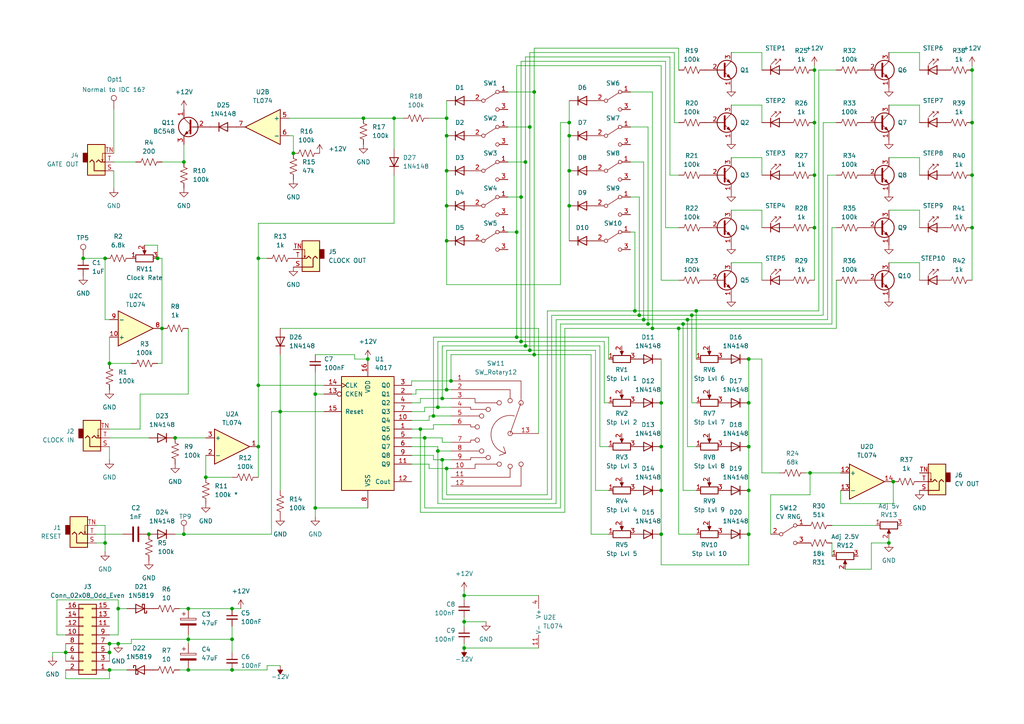
<source format=kicad_sch>
(kicad_sch (version 20211123) (generator eeschema)

  (uuid 0183ccee-e064-4ef2-a2e7-6b862e9a0382)

  (paper "A4")

  (title_block
    (comment 1 "Q1 to Q10: 2N3904")
  )

  

  (junction (at 127 118.11) (diameter 0) (color 0 0 0 0)
    (uuid 02095d21-824c-49ec-9173-2d9d964c223e)
  )
  (junction (at 281.94 50.8) (diameter 0) (color 0 0 0 0)
    (uuid 0211d544-1e17-4197-bfc3-58dc85267c66)
  )
  (junction (at 129.54 49.53) (diameter 0) (color 0 0 0 0)
    (uuid 0545c1d5-8cf3-43fe-a3ad-a3e876cafc05)
  )
  (junction (at 34.29 176.53) (diameter 0) (color 0 0 0 0)
    (uuid 0a591257-640d-4ffa-adc7-e889a7ee0fde)
  )
  (junction (at 128.27 115.57) (diameter 0) (color 0 0 0 0)
    (uuid 0bdd4495-5356-49ba-91fe-a9b91bb8488e)
  )
  (junction (at 129.54 34.29) (diameter 0) (color 0 0 0 0)
    (uuid 0c0b3790-0421-486a-8137-7e20f0a9720a)
  )
  (junction (at 281.94 35.56) (diameter 0) (color 0 0 0 0)
    (uuid 0ced680e-a614-46b6-9c02-57e27c54dbf0)
  )
  (junction (at 149.86 67.31) (diameter 0) (color 0 0 0 0)
    (uuid 0feeeb4c-1e31-4256-80b4-57c6fee2237f)
  )
  (junction (at 129.54 135.89) (diameter 0) (color 0 0 0 0)
    (uuid 12b3c9f8-a2c5-44b4-a139-ebfc88349c4d)
  )
  (junction (at 74.93 111.76) (diameter 0) (color 0 0 0 0)
    (uuid 16675b50-b193-47c2-a623-5eabd8c5036c)
  )
  (junction (at 281.94 66.04) (diameter 0) (color 0 0 0 0)
    (uuid 17a08b48-4468-48b1-b652-1a9226091f33)
  )
  (junction (at 149.86 97.79) (diameter 0) (color 0 0 0 0)
    (uuid 1c6a5f45-7d05-45a6-96d8-4cf5d3afad19)
  )
  (junction (at 152.4 100.33) (diameter 0) (color 0 0 0 0)
    (uuid 1d6d5d75-fbdf-4d54-a771-37a1584371f4)
  )
  (junction (at 152.4 46.99) (diameter 0) (color 0 0 0 0)
    (uuid 21968a72-b85b-4b7b-9759-41fa94799830)
  )
  (junction (at 236.22 35.56) (diameter 0) (color 0 0 0 0)
    (uuid 227355fa-d7a6-4072-8aa3-0abbe69a4025)
  )
  (junction (at 54.61 176.53) (diameter 0) (color 0 0 0 0)
    (uuid 23560ac4-6a04-4fe2-95b7-7b0574433b4d)
  )
  (junction (at 67.31 185.42) (diameter 0) (color 0 0 0 0)
    (uuid 24d1acb6-aa85-4e90-aa50-a0afb178d1d9)
  )
  (junction (at 217.17 116.84) (diameter 0) (color 0 0 0 0)
    (uuid 265f3a71-f027-474b-beec-bffeb0e82db6)
  )
  (junction (at 236.22 50.8) (diameter 0) (color 0 0 0 0)
    (uuid 27b12a3d-fc5a-4f67-bd83-56d31d51b180)
  )
  (junction (at 54.61 185.42) (diameter 0) (color 0 0 0 0)
    (uuid 2b005765-75ac-47ee-a7bb-cd240e05a2fa)
  )
  (junction (at 24.13 74.93) (diameter 0) (color 0 0 0 0)
    (uuid 2dce7a4b-1c5a-4813-aba0-39f6d36164f7)
  )
  (junction (at 199.39 92.71) (diameter 0) (color 0 0 0 0)
    (uuid 2e509ea9-b64b-4ea9-b9e3-4f10ec42dc2e)
  )
  (junction (at 67.31 176.53) (diameter 0) (color 0 0 0 0)
    (uuid 328b6499-1f0d-416a-9255-4e1b504fc981)
  )
  (junction (at 53.34 46.99) (diameter 0) (color 0 0 0 0)
    (uuid 348b3e34-04ce-4867-81bc-8c93cc3e8315)
  )
  (junction (at 129.54 39.37) (diameter 0) (color 0 0 0 0)
    (uuid 34b8eedc-b845-4084-b8da-79a4a24a1d53)
  )
  (junction (at 74.93 74.93) (diameter 0) (color 0 0 0 0)
    (uuid 37199617-1e06-41ed-9a83-a6fa08611267)
  )
  (junction (at 85.09 44.45) (diameter 0) (color 0 0 0 0)
    (uuid 39613a84-4eb6-4dee-b06b-ae21ca83129e)
  )
  (junction (at 236.22 66.04) (diameter 0) (color 0 0 0 0)
    (uuid 39e65da6-711b-459b-a9f6-81804f9f4e00)
  )
  (junction (at 191.77 116.84) (diameter 0) (color 0 0 0 0)
    (uuid 3a0efd5e-6378-4236-94ae-783c62677c91)
  )
  (junction (at 151.13 99.06) (diameter 0) (color 0 0 0 0)
    (uuid 3c81a429-51d7-418e-86e7-450ca7a24f96)
  )
  (junction (at 50.8 127) (diameter 0) (color 0 0 0 0)
    (uuid 3daab3d6-4668-430b-808e-a69794153e52)
  )
  (junction (at 198.12 93.98) (diameter 0) (color 0 0 0 0)
    (uuid 45b4ed2b-52ba-457f-85be-8cc02165fb7f)
  )
  (junction (at 129.54 113.03) (diameter 0) (color 0 0 0 0)
    (uuid 474bf702-3af6-44d1-a484-e646bea52878)
  )
  (junction (at 121.92 124.46) (diameter 0) (color 0 0 0 0)
    (uuid 4ba66661-8f56-496c-ade2-2c9433df4957)
  )
  (junction (at 165.1 35.56) (diameter 0) (color 0 0 0 0)
    (uuid 594ccd6a-277f-436b-b45a-308cf613e11d)
  )
  (junction (at 217.17 104.14) (diameter 0) (color 0 0 0 0)
    (uuid 59636b36-2352-4d25-baf4-f6746a6756d4)
  )
  (junction (at 81.28 119.38) (diameter 0) (color 0 0 0 0)
    (uuid 5992bfda-794c-4068-8f6c-b8b8eff8ef87)
  )
  (junction (at 31.75 194.31) (diameter 0) (color 0 0 0 0)
    (uuid 59d80ebf-c408-46df-99f6-8225dd2d451e)
  )
  (junction (at 19.05 189.23) (diameter 0) (color 0 0 0 0)
    (uuid 5e43a13b-7929-4de6-aa7b-c3e0fe9c554a)
  )
  (junction (at 130.81 110.49) (diameter 0) (color 0 0 0 0)
    (uuid 60628855-f299-40a8-9245-75498f22eb34)
  )
  (junction (at 74.93 129.54) (diameter 0) (color 0 0 0 0)
    (uuid 6121eb66-36ad-41d0-a0af-a0a8c6f542e4)
  )
  (junction (at 34.29 186.69) (diameter 0) (color 0 0 0 0)
    (uuid 63363223-f9a6-41c9-b80e-3a5e16de1dd2)
  )
  (junction (at 30.48 157.48) (diameter 0) (color 0 0 0 0)
    (uuid 6c5891f7-a9ad-43e1-9816-a6e6f077477e)
  )
  (junction (at 54.61 194.31) (diameter 0) (color 0 0 0 0)
    (uuid 7146ce59-799a-4319-a087-4fa3e22e95df)
  )
  (junction (at 59.69 138.43) (diameter 0) (color 0 0 0 0)
    (uuid 738d5e84-0fa9-4738-b1e2-88eedffdd644)
  )
  (junction (at 165.1 39.37) (diameter 0) (color 0 0 0 0)
    (uuid 74f40097-a6e6-4cd1-9ccf-17e90c36eefd)
  )
  (junction (at 123.19 127) (diameter 0) (color 0 0 0 0)
    (uuid 7714984a-1dc4-4f77-b1f9-4a4520c66449)
  )
  (junction (at 31.75 189.23) (diameter 0) (color 0 0 0 0)
    (uuid 796cdd9b-9f6f-4fba-a060-e83d39453b75)
  )
  (junction (at 153.67 36.83) (diameter 0) (color 0 0 0 0)
    (uuid 7c2ce1e9-90a8-4563-9524-521dbd1fbebb)
  )
  (junction (at 236.22 20.32) (diameter 0) (color 0 0 0 0)
    (uuid 82452d3f-d074-4f2c-83fa-229fcd76ec94)
  )
  (junction (at 106.68 104.14) (diameter 0) (color 0 0 0 0)
    (uuid 83479bc7-aa90-4b28-97eb-c06f57bf35df)
  )
  (junction (at 165.1 59.69) (diameter 0) (color 0 0 0 0)
    (uuid 874a8d07-e984-440b-b1ae-bdf3b673bdcf)
  )
  (junction (at 234.95 137.16) (diameter 0) (color 0 0 0 0)
    (uuid 885bee7c-df80-4763-b201-d1a4f55d58e0)
  )
  (junction (at 129.54 59.69) (diameter 0) (color 0 0 0 0)
    (uuid 888814b1-d91e-4dc9-9d76-4e5a6aa6b3aa)
  )
  (junction (at 217.17 154.94) (diameter 0) (color 0 0 0 0)
    (uuid 8b90a6e0-7d9c-4624-aff2-db5cf349236d)
  )
  (junction (at 91.44 147.32) (diameter 0) (color 0 0 0 0)
    (uuid 8db38434-381b-460f-a636-cef1f8c4b8bf)
  )
  (junction (at 257.81 157.48) (diameter 0) (color 0 0 0 0)
    (uuid 912a605f-356f-4a50-bb48-5bda9b060076)
  )
  (junction (at 105.41 34.29) (diameter 0) (color 0 0 0 0)
    (uuid 95131708-c900-401c-a293-6581b61c087a)
  )
  (junction (at 191.77 154.94) (diameter 0) (color 0 0 0 0)
    (uuid 96b2337a-01f4-4e88-a650-fbb7e815d3a1)
  )
  (junction (at 217.17 129.54) (diameter 0) (color 0 0 0 0)
    (uuid 96c70890-e825-4239-9a38-dbadc677e5db)
  )
  (junction (at 43.18 154.94) (diameter 0) (color 0 0 0 0)
    (uuid 96cf0743-7fef-438a-8a7a-8b4af9974211)
  )
  (junction (at 31.75 186.69) (diameter 0) (color 0 0 0 0)
    (uuid 99faebab-e1d0-47b6-8d10-147e19486063)
  )
  (junction (at 151.13 57.15) (diameter 0) (color 0 0 0 0)
    (uuid 9d1fda51-b16b-4b6d-a5b0-6c44cc514a61)
  )
  (junction (at 30.48 74.93) (diameter 0) (color 0 0 0 0)
    (uuid 9e8b19ae-b85c-4ec5-b1ca-1bb1456dc798)
  )
  (junction (at 186.69 92.71) (diameter 0) (color 0 0 0 0)
    (uuid 9f133351-2921-4fe7-b055-1855b0483b68)
  )
  (junction (at 67.31 194.31) (diameter 0) (color 0 0 0 0)
    (uuid a2721ce6-38ac-4407-b0f4-6dbba190869c)
  )
  (junction (at 45.72 74.93) (diameter 0) (color 0 0 0 0)
    (uuid a4a8a44b-886d-421c-b2e7-41eb126ce0eb)
  )
  (junction (at 127 130.81) (diameter 0) (color 0 0 0 0)
    (uuid abb68275-cc2e-411a-bd6d-550d661cf59d)
  )
  (junction (at 53.34 154.94) (diameter 0) (color 0 0 0 0)
    (uuid acb3fc86-c63c-490c-b513-12d064c61dcc)
  )
  (junction (at 134.62 187.96) (diameter 0) (color 0 0 0 0)
    (uuid aff25507-1e65-4474-a43b-91d9baa522f3)
  )
  (junction (at 91.44 114.3) (diameter 0) (color 0 0 0 0)
    (uuid b1309ddc-e386-4d74-adf2-f6660eabad6e)
  )
  (junction (at 217.17 142.24) (diameter 0) (color 0 0 0 0)
    (uuid b45f9fdc-c1f2-476d-bb38-b140fee508bf)
  )
  (junction (at 125.73 120.65) (diameter 0) (color 0 0 0 0)
    (uuid bb9ebc95-a42b-4a30-b771-d8fa5819048b)
  )
  (junction (at 134.62 180.34) (diameter 0) (color 0 0 0 0)
    (uuid bd5ebfab-6287-40dc-9355-e9ecb5282670)
  )
  (junction (at 201.93 90.17) (diameter 0) (color 0 0 0 0)
    (uuid be6f49a9-b3c1-4412-abbb-a84f39d641fe)
  )
  (junction (at 185.42 91.44) (diameter 0) (color 0 0 0 0)
    (uuid c16e6324-b949-4fa8-80e9-5ca2ada487a2)
  )
  (junction (at 114.3 34.29) (diameter 0) (color 0 0 0 0)
    (uuid c1f20c97-8c3a-4c1f-b8ae-a285e0df19fd)
  )
  (junction (at 165.1 49.53) (diameter 0) (color 0 0 0 0)
    (uuid cb335e6f-70fe-4777-9d79-8ea287b6f1ab)
  )
  (junction (at 281.94 20.32) (diameter 0) (color 0 0 0 0)
    (uuid cc440dd8-088f-4a79-a9df-c4c7b998317a)
  )
  (junction (at 154.94 26.67) (diameter 0) (color 0 0 0 0)
    (uuid d0483810-702f-4f74-aa47-820ac428d7a0)
  )
  (junction (at 191.77 142.24) (diameter 0) (color 0 0 0 0)
    (uuid d222e67d-d4a2-4b04-9c35-4f553467e2d6)
  )
  (junction (at 259.08 139.7) (diameter 0) (color 0 0 0 0)
    (uuid d6423517-9ed2-4c3e-ab2a-0a3f27651aed)
  )
  (junction (at 187.96 93.98) (diameter 0) (color 0 0 0 0)
    (uuid dcb94c61-2a10-4b5b-b215-8594e71c92db)
  )
  (junction (at 184.15 90.17) (diameter 0) (color 0 0 0 0)
    (uuid dcea3243-ca0d-4637-a703-a3bbba27203d)
  )
  (junction (at 134.62 172.72) (diameter 0) (color 0 0 0 0)
    (uuid de4c6abb-ceb2-4068-902d-71b4c5be9802)
  )
  (junction (at 153.67 101.6) (diameter 0) (color 0 0 0 0)
    (uuid dfb8f4c1-2c19-4099-9bd6-b6859ade1f77)
  )
  (junction (at 200.66 91.44) (diameter 0) (color 0 0 0 0)
    (uuid e1e0bfb4-2363-4f13-a3a1-bed4c373c460)
  )
  (junction (at 196.85 95.25) (diameter 0) (color 0 0 0 0)
    (uuid e31e5427-5632-4afa-accd-436a19fc6db7)
  )
  (junction (at 46.99 95.25) (diameter 0) (color 0 0 0 0)
    (uuid e6647efc-c800-4a38-8dc9-53bcbaf0134c)
  )
  (junction (at 154.94 102.87) (diameter 0) (color 0 0 0 0)
    (uuid e7d56f33-d120-4430-bfd1-07f6ff4ce834)
  )
  (junction (at 191.77 129.54) (diameter 0) (color 0 0 0 0)
    (uuid ef45d872-0fc9-4ee1-81b5-fb307113ca99)
  )
  (junction (at 31.75 105.41) (diameter 0) (color 0 0 0 0)
    (uuid f1c88a5e-c404-4e78-9e53-75e54c52322e)
  )
  (junction (at 128.27 133.35) (diameter 0) (color 0 0 0 0)
    (uuid f22ccf76-619c-4b46-a920-1fafe7f37dda)
  )
  (junction (at 189.23 95.25) (diameter 0) (color 0 0 0 0)
    (uuid f81e1568-8706-4107-9745-ef0423d29a8f)
  )
  (junction (at 129.54 69.85) (diameter 0) (color 0 0 0 0)
    (uuid fe8c19c2-044d-47df-8ae9-943c7eedb79f)
  )

  (wire (pts (xy 266.7 15.24) (xy 266.7 20.32))
    (stroke (width 0) (type default) (color 0 0 0 0))
    (uuid 00c16e64-cf00-4334-acbc-55381a0d48ab)
  )
  (wire (pts (xy 160.02 91.44) (xy 185.42 91.44))
    (stroke (width 0) (type default) (color 0 0 0 0))
    (uuid 01981d30-3282-4788-9c8c-74f500658fe1)
  )
  (wire (pts (xy 220.98 60.96) (xy 220.98 66.04))
    (stroke (width 0) (type default) (color 0 0 0 0))
    (uuid 04d5d949-d504-41df-a482-2f952cf84e9a)
  )
  (wire (pts (xy 266.7 76.2) (xy 266.7 81.28))
    (stroke (width 0) (type default) (color 0 0 0 0))
    (uuid 063e9571-37e4-4ce1-82ca-e468fac0a01e)
  )
  (wire (pts (xy 129.54 135.89) (xy 124.46 135.89))
    (stroke (width 0) (type default) (color 0 0 0 0))
    (uuid 06b52ee5-758f-401f-8fa3-6b14f03b560b)
  )
  (wire (pts (xy 31.75 124.46) (xy 40.64 124.46))
    (stroke (width 0) (type default) (color 0 0 0 0))
    (uuid 07ea6678-fbbf-47fc-b043-37e10a4165db)
  )
  (wire (pts (xy 83.82 34.29) (xy 105.41 34.29))
    (stroke (width 0) (type default) (color 0 0 0 0))
    (uuid 09117d6b-3ba7-4e9f-8d71-199bb4d321a3)
  )
  (wire (pts (xy 198.12 93.98) (xy 241.3 93.98))
    (stroke (width 0) (type default) (color 0 0 0 0))
    (uuid 0a5ed7fc-5587-4386-a068-e4b9607492f9)
  )
  (wire (pts (xy 163.83 148.59) (xy 163.83 95.25))
    (stroke (width 0) (type default) (color 0 0 0 0))
    (uuid 0b07f73d-2d6d-40ad-8fbc-b56d2762406b)
  )
  (wire (pts (xy 175.26 116.84) (xy 176.53 116.84))
    (stroke (width 0) (type default) (color 0 0 0 0))
    (uuid 0d2cbd8f-e182-485f-b0aa-0bcb88313e0d)
  )
  (wire (pts (xy 31.75 194.31) (xy 36.83 194.31))
    (stroke (width 0) (type default) (color 0 0 0 0))
    (uuid 0f8dd740-fdcc-4317-89c4-b9db47e391af)
  )
  (wire (pts (xy 154.94 13.97) (xy 154.94 26.67))
    (stroke (width 0) (type default) (color 0 0 0 0))
    (uuid 0feb2c92-a9c0-47e6-9a86-ef38408b97cf)
  )
  (wire (pts (xy 223.52 154.94) (xy 223.52 143.51))
    (stroke (width 0) (type default) (color 0 0 0 0))
    (uuid 106d3330-79e1-485c-b84b-fb3a48f7c730)
  )
  (wire (pts (xy 186.69 46.99) (xy 186.69 92.71))
    (stroke (width 0) (type default) (color 0 0 0 0))
    (uuid 10d12744-0155-4a37-a665-f2c8568c9cd5)
  )
  (wire (pts (xy 129.54 101.6) (xy 129.54 113.03))
    (stroke (width 0) (type default) (color 0 0 0 0))
    (uuid 11586bba-37a8-45c2-9b61-d9fde0bafe0b)
  )
  (wire (pts (xy 119.38 121.92) (xy 124.46 121.92))
    (stroke (width 0) (type default) (color 0 0 0 0))
    (uuid 13046eb0-59a1-4cbe-9e1c-0df6525dae05)
  )
  (wire (pts (xy 191.77 104.14) (xy 191.77 116.84))
    (stroke (width 0) (type default) (color 0 0 0 0))
    (uuid 1361fa46-9c97-4e5b-9ce3-a8e351407360)
  )
  (wire (pts (xy 149.86 97.79) (xy 125.73 97.79))
    (stroke (width 0) (type default) (color 0 0 0 0))
    (uuid 13d84eae-bf72-4e9c-88ec-1fc5de982332)
  )
  (wire (pts (xy 191.77 116.84) (xy 191.77 129.54))
    (stroke (width 0) (type default) (color 0 0 0 0))
    (uuid 15973ba1-b8cc-496f-bb6e-96f438eab386)
  )
  (wire (pts (xy 196.85 81.28) (xy 191.77 81.28))
    (stroke (width 0) (type default) (color 0 0 0 0))
    (uuid 15ec230e-505a-4acc-82a6-0e51e2ff84c6)
  )
  (wire (pts (xy 124.46 34.29) (xy 129.54 34.29))
    (stroke (width 0) (type default) (color 0 0 0 0))
    (uuid 15fd1e2e-ac21-49cc-919f-07972f8bf5dc)
  )
  (wire (pts (xy 27.94 152.4) (xy 30.48 152.4))
    (stroke (width 0) (type default) (color 0 0 0 0))
    (uuid 1620e74a-1532-4bab-a6a0-7c4403010311)
  )
  (wire (pts (xy 220.98 76.2) (xy 220.98 81.28))
    (stroke (width 0) (type default) (color 0 0 0 0))
    (uuid 17a13294-042c-43c9-8ded-148b1e9d71f7)
  )
  (wire (pts (xy 24.13 74.93) (xy 30.48 74.93))
    (stroke (width 0) (type default) (color 0 0 0 0))
    (uuid 1b61b2be-e523-4af5-b41e-835c62fcc0ec)
  )
  (wire (pts (xy 121.92 124.46) (xy 121.92 148.59))
    (stroke (width 0) (type default) (color 0 0 0 0))
    (uuid 1bac603b-4d7f-440a-9a41-147f282ca5bc)
  )
  (wire (pts (xy 171.45 102.87) (xy 171.45 154.94))
    (stroke (width 0) (type default) (color 0 0 0 0))
    (uuid 1cdf5679-3d77-4ae5-90df-15c79204965e)
  )
  (wire (pts (xy 217.17 129.54) (xy 217.17 142.24))
    (stroke (width 0) (type default) (color 0 0 0 0))
    (uuid 1d8b858d-71a2-4ae3-b118-e337f6d0e20e)
  )
  (wire (pts (xy 212.09 60.96) (xy 220.98 60.96))
    (stroke (width 0) (type default) (color 0 0 0 0))
    (uuid 2142e024-aecd-49ce-bac7-fc724e41183e)
  )
  (wire (pts (xy 125.73 124.46) (xy 125.73 123.19))
    (stroke (width 0) (type default) (color 0 0 0 0))
    (uuid 22b29138-8d4c-4cf4-b892-8f82fd36b4be)
  )
  (wire (pts (xy 234.95 137.16) (xy 243.84 137.16))
    (stroke (width 0) (type default) (color 0 0 0 0))
    (uuid 234e793e-5dcd-4dcf-a459-9fc855f82151)
  )
  (wire (pts (xy 114.3 34.29) (xy 116.84 34.29))
    (stroke (width 0) (type default) (color 0 0 0 0))
    (uuid 2368f055-684a-4786-8700-0613b773379a)
  )
  (wire (pts (xy 123.19 119.38) (xy 123.19 118.11))
    (stroke (width 0) (type default) (color 0 0 0 0))
    (uuid 2402964b-e1a0-4e4f-88a2-3fcfd0f241e9)
  )
  (wire (pts (xy 217.17 116.84) (xy 217.17 129.54))
    (stroke (width 0) (type default) (color 0 0 0 0))
    (uuid 257c0a85-bfc2-43fb-89bc-62ec1fb06d66)
  )
  (wire (pts (xy 129.54 39.37) (xy 129.54 49.53))
    (stroke (width 0) (type default) (color 0 0 0 0))
    (uuid 25d7964b-e992-445e-b449-f1fd33f6520d)
  )
  (wire (pts (xy 130.81 130.81) (xy 127 130.81))
    (stroke (width 0) (type default) (color 0 0 0 0))
    (uuid 25f1a8c9-4ddc-4b07-8058-473337c0d386)
  )
  (wire (pts (xy 121.92 116.84) (xy 121.92 115.57))
    (stroke (width 0) (type default) (color 0 0 0 0))
    (uuid 2617168f-357c-465d-8a7c-f0f085ebe093)
  )
  (wire (pts (xy 152.4 46.99) (xy 152.4 100.33))
    (stroke (width 0) (type default) (color 0 0 0 0))
    (uuid 2669e2c1-d335-421d-acc7-c7d0e94f8927)
  )
  (wire (pts (xy 193.04 17.78) (xy 151.13 17.78))
    (stroke (width 0) (type default) (color 0 0 0 0))
    (uuid 268ae26d-f9f5-41e2-87bd-9c52ffca2778)
  )
  (wire (pts (xy 172.72 101.6) (xy 172.72 142.24))
    (stroke (width 0) (type default) (color 0 0 0 0))
    (uuid 26adc095-0dbe-49ad-bfc5-d5a3d0284ac5)
  )
  (wire (pts (xy 241.3 152.4) (xy 254 152.4))
    (stroke (width 0) (type default) (color 0 0 0 0))
    (uuid 26f6eb3f-897c-49ad-bd37-23370e7adbac)
  )
  (wire (pts (xy 34.29 173.99) (xy 34.29 176.53))
    (stroke (width 0) (type default) (color 0 0 0 0))
    (uuid 274e1a15-558c-455d-8481-5dcf1d901791)
  )
  (wire (pts (xy 31.75 186.69) (xy 34.29 186.69))
    (stroke (width 0) (type default) (color 0 0 0 0))
    (uuid 28a6d574-2dfb-4694-960a-8299a295dd90)
  )
  (wire (pts (xy 212.09 15.24) (xy 220.98 15.24))
    (stroke (width 0) (type default) (color 0 0 0 0))
    (uuid 28ff35d7-0b0a-41d5-8ae1-1afd59c15233)
  )
  (wire (pts (xy 134.62 187.96) (xy 156.21 187.96))
    (stroke (width 0) (type default) (color 0 0 0 0))
    (uuid 29f063d7-5514-418f-9065-2f126a991b6a)
  )
  (wire (pts (xy 124.46 134.62) (xy 124.46 135.89))
    (stroke (width 0) (type default) (color 0 0 0 0))
    (uuid 2a49ec9d-2e95-484e-a388-0cd3d1738668)
  )
  (wire (pts (xy 45.72 71.12) (xy 45.72 74.93))
    (stroke (width 0) (type default) (color 0 0 0 0))
    (uuid 2be54c53-aa61-4cde-a0b4-4f0812b4c7b8)
  )
  (wire (pts (xy 266.7 30.48) (xy 266.7 35.56))
    (stroke (width 0) (type default) (color 0 0 0 0))
    (uuid 2c4d4887-1b89-421a-9a17-303e4b6b6e04)
  )
  (wire (pts (xy 257.81 60.96) (xy 266.7 60.96))
    (stroke (width 0) (type default) (color 0 0 0 0))
    (uuid 2de13f4b-5e00-4f98-9c6d-73d97ede169a)
  )
  (wire (pts (xy 163.83 95.25) (xy 189.23 95.25))
    (stroke (width 0) (type default) (color 0 0 0 0))
    (uuid 2e64a10f-7be9-4734-ae88-875592d947d4)
  )
  (wire (pts (xy 16.51 173.99) (xy 34.29 173.99))
    (stroke (width 0) (type default) (color 0 0 0 0))
    (uuid 2f8d7545-fa11-4358-b041-1919a39a1c35)
  )
  (wire (pts (xy 33.02 31.75) (xy 33.02 44.45))
    (stroke (width 0) (type default) (color 0 0 0 0))
    (uuid 3239b486-4c3a-4d0d-9fe1-b79467e904e8)
  )
  (wire (pts (xy 50.8 127) (xy 59.69 127))
    (stroke (width 0) (type default) (color 0 0 0 0))
    (uuid 32d6076f-41bf-4c92-b2ef-ba362090bf95)
  )
  (wire (pts (xy 129.54 29.21) (xy 129.54 34.29))
    (stroke (width 0) (type default) (color 0 0 0 0))
    (uuid 33eb3768-60ce-4c6b-b7d2-d14726d0b3a4)
  )
  (wire (pts (xy 31.75 92.71) (xy 30.48 92.71))
    (stroke (width 0) (type default) (color 0 0 0 0))
    (uuid 346a2329-0139-448c-adbc-5c52f0e0b300)
  )
  (wire (pts (xy 257.81 156.21) (xy 257.81 157.48))
    (stroke (width 0) (type default) (color 0 0 0 0))
    (uuid 34786f5b-90e8-42ff-a423-ab08e39c1f79)
  )
  (wire (pts (xy 52.07 176.53) (xy 54.61 176.53))
    (stroke (width 0) (type default) (color 0 0 0 0))
    (uuid 3493aaa3-a485-4eb4-8482-70eb607ff9f2)
  )
  (wire (pts (xy 217.17 104.14) (xy 217.17 116.84))
    (stroke (width 0) (type default) (color 0 0 0 0))
    (uuid 34987e7d-1211-4776-bf45-b8d8a02b0058)
  )
  (wire (pts (xy 238.76 35.56) (xy 242.57 35.56))
    (stroke (width 0) (type default) (color 0 0 0 0))
    (uuid 3540ec8d-5eb3-4afc-936e-37011f7ace91)
  )
  (wire (pts (xy 119.38 124.46) (xy 121.92 124.46))
    (stroke (width 0) (type default) (color 0 0 0 0))
    (uuid 35780220-eafc-4d41-b61b-81d82b175070)
  )
  (wire (pts (xy 173.99 100.33) (xy 173.99 129.54))
    (stroke (width 0) (type default) (color 0 0 0 0))
    (uuid 3692ac6e-af22-4564-936d-af8fe0da8f6a)
  )
  (wire (pts (xy 67.31 185.42) (xy 67.31 189.23))
    (stroke (width 0) (type default) (color 0 0 0 0))
    (uuid 36b60918-131f-4685-b6c3-c67275af1c29)
  )
  (wire (pts (xy 123.19 147.32) (xy 162.56 147.32))
    (stroke (width 0) (type default) (color 0 0 0 0))
    (uuid 370a6d53-4532-4883-b587-1518b78f6336)
  )
  (wire (pts (xy 53.34 154.94) (xy 78.74 154.94))
    (stroke (width 0) (type default) (color 0 0 0 0))
    (uuid 373d3a34-f28f-492f-9664-85fc29426925)
  )
  (wire (pts (xy 129.54 69.85) (xy 129.54 82.55))
    (stroke (width 0) (type default) (color 0 0 0 0))
    (uuid 37b2b507-632c-4bdf-a7b7-eb8f6a7db69b)
  )
  (wire (pts (xy 149.86 67.31) (xy 149.86 97.79))
    (stroke (width 0) (type default) (color 0 0 0 0))
    (uuid 3827a44f-0207-4017-904e-4ea8d42ac09d)
  )
  (wire (pts (xy 123.19 118.11) (xy 127 118.11))
    (stroke (width 0) (type default) (color 0 0 0 0))
    (uuid 3858c311-68fb-4be9-ba2e-df54996245ab)
  )
  (wire (pts (xy 186.69 92.71) (xy 199.39 92.71))
    (stroke (width 0) (type default) (color 0 0 0 0))
    (uuid 38763122-9ab1-404a-8a65-6dfd83013b2d)
  )
  (wire (pts (xy 31.75 127) (xy 43.18 127))
    (stroke (width 0) (type default) (color 0 0 0 0))
    (uuid 392206e3-28c3-48d2-a2db-1cea6a739dc6)
  )
  (wire (pts (xy 45.72 74.93) (xy 46.99 74.93))
    (stroke (width 0) (type default) (color 0 0 0 0))
    (uuid 39e205cf-a87b-405a-84ed-a2693b2045ab)
  )
  (wire (pts (xy 226.06 137.16) (xy 220.98 137.16))
    (stroke (width 0) (type default) (color 0 0 0 0))
    (uuid 3a4ba8df-6f5a-494a-9e99-729d89e97c70)
  )
  (wire (pts (xy 191.77 154.94) (xy 191.77 163.83))
    (stroke (width 0) (type default) (color 0 0 0 0))
    (uuid 3a5cb314-c86e-444c-a048-0ce8f51b9aea)
  )
  (wire (pts (xy 34.29 176.53) (xy 34.29 184.15))
    (stroke (width 0) (type default) (color 0 0 0 0))
    (uuid 3a841f4a-12a3-455a-8f61-14878e0ec4b2)
  )
  (wire (pts (xy 220.98 45.72) (xy 220.98 50.8))
    (stroke (width 0) (type default) (color 0 0 0 0))
    (uuid 3aa2979d-9cbd-4563-91b0-5014ec806b14)
  )
  (wire (pts (xy 119.38 119.38) (xy 123.19 119.38))
    (stroke (width 0) (type default) (color 0 0 0 0))
    (uuid 3b0b5ce1-a5ca-4213-87cc-53d867781a86)
  )
  (wire (pts (xy 182.88 67.31) (xy 184.15 67.31))
    (stroke (width 0) (type default) (color 0 0 0 0))
    (uuid 3b9de29c-306c-4ecc-b6b0-a788d4749c36)
  )
  (wire (pts (xy 74.93 129.54) (xy 74.93 111.76))
    (stroke (width 0) (type default) (color 0 0 0 0))
    (uuid 3ba0656e-045a-4767-9a26-eb84c5a9d952)
  )
  (wire (pts (xy 242.57 50.8) (xy 240.03 50.8))
    (stroke (width 0) (type default) (color 0 0 0 0))
    (uuid 3d64a7f4-4198-40b9-b2a4-11d17061f755)
  )
  (wire (pts (xy 59.69 132.08) (xy 59.69 138.43))
    (stroke (width 0) (type default) (color 0 0 0 0))
    (uuid 3e4827ad-eb8c-4ceb-b8ba-3ce0c2a0074d)
  )
  (wire (pts (xy 149.86 97.79) (xy 176.53 97.79))
    (stroke (width 0) (type default) (color 0 0 0 0))
    (uuid 3f154947-484d-4e65-a867-917833afc43c)
  )
  (wire (pts (xy 191.77 81.28) (xy 191.77 19.05))
    (stroke (width 0) (type default) (color 0 0 0 0))
    (uuid 4044bfc9-09e9-4200-916c-7bb30e521f63)
  )
  (wire (pts (xy 196.85 95.25) (xy 242.57 95.25))
    (stroke (width 0) (type default) (color 0 0 0 0))
    (uuid 40963da9-31e9-4454-a2a3-cd8b916d157a)
  )
  (wire (pts (xy 93.98 114.3) (xy 91.44 114.3))
    (stroke (width 0) (type default) (color 0 0 0 0))
    (uuid 40981465-d150-4c37-8461-01b26a6b21e5)
  )
  (wire (pts (xy 196.85 66.04) (xy 193.04 66.04))
    (stroke (width 0) (type default) (color 0 0 0 0))
    (uuid 412c6ed0-e4c6-48ea-8b3d-69a1a7c7eaf4)
  )
  (wire (pts (xy 149.86 19.05) (xy 149.86 67.31))
    (stroke (width 0) (type default) (color 0 0 0 0))
    (uuid 4173272a-89fa-4cc6-918e-2f1f9cbdbbe8)
  )
  (wire (pts (xy 125.73 123.19) (xy 130.81 123.19))
    (stroke (width 0) (type default) (color 0 0 0 0))
    (uuid 430a99eb-64c2-4da7-b514-d8e8e212168b)
  )
  (wire (pts (xy 187.96 93.98) (xy 198.12 93.98))
    (stroke (width 0) (type default) (color 0 0 0 0))
    (uuid 4408faaa-f20d-459f-a499-a45221e0dc16)
  )
  (wire (pts (xy 67.31 181.61) (xy 67.31 185.42))
    (stroke (width 0) (type default) (color 0 0 0 0))
    (uuid 44342498-eedd-4c58-81d0-41b0f8b6d43b)
  )
  (wire (pts (xy 241.3 93.98) (xy 241.3 66.04))
    (stroke (width 0) (type default) (color 0 0 0 0))
    (uuid 45343125-769b-4cd5-a878-fe049bccbd2b)
  )
  (wire (pts (xy 156.21 172.72) (xy 134.62 172.72))
    (stroke (width 0) (type default) (color 0 0 0 0))
    (uuid 46f35bdb-94ba-4ebc-b509-d026c5bd6084)
  )
  (wire (pts (xy 161.29 92.71) (xy 186.69 92.71))
    (stroke (width 0) (type default) (color 0 0 0 0))
    (uuid 47067c1e-70db-4a94-b83f-e17caccbbb7a)
  )
  (wire (pts (xy 156.21 125.73) (xy 156.21 95.25))
    (stroke (width 0) (type default) (color 0 0 0 0))
    (uuid 480b3ba3-8568-471a-9b2c-c0c9636b8422)
  )
  (wire (pts (xy 236.22 20.32) (xy 236.22 35.56))
    (stroke (width 0) (type default) (color 0 0 0 0))
    (uuid 486b0521-e103-431b-a334-a21860a0b007)
  )
  (wire (pts (xy 185.42 57.15) (xy 185.42 91.44))
    (stroke (width 0) (type default) (color 0 0 0 0))
    (uuid 487f641b-45ad-4222-8cdb-b79e141e119e)
  )
  (wire (pts (xy 53.34 41.91) (xy 53.34 46.99))
    (stroke (width 0) (type default) (color 0 0 0 0))
    (uuid 4aa54a5e-12c8-4989-96a3-bc80af389261)
  )
  (wire (pts (xy 134.62 172.72) (xy 134.62 173.99))
    (stroke (width 0) (type default) (color 0 0 0 0))
    (uuid 4b10eaa4-1c5e-4289-96f5-133ff1ccfbea)
  )
  (wire (pts (xy 233.68 137.16) (xy 234.95 137.16))
    (stroke (width 0) (type default) (color 0 0 0 0))
    (uuid 4b306af8-d7fb-4dc5-9479-2af405f744cd)
  )
  (wire (pts (xy 129.54 113.03) (xy 130.81 113.03))
    (stroke (width 0) (type default) (color 0 0 0 0))
    (uuid 4c68388b-fdb5-4a72-8b11-1fbe5ff15cd9)
  )
  (wire (pts (xy 171.45 154.94) (xy 176.53 154.94))
    (stroke (width 0) (type default) (color 0 0 0 0))
    (uuid 4dd44334-a207-4e5c-ab36-94361a2e0c6c)
  )
  (wire (pts (xy 34.29 176.53) (xy 36.83 176.53))
    (stroke (width 0) (type default) (color 0 0 0 0))
    (uuid 4e75c645-d002-4841-b473-8383194bc810)
  )
  (wire (pts (xy 151.13 99.06) (xy 127 99.06))
    (stroke (width 0) (type default) (color 0 0 0 0))
    (uuid 50451ce0-c48b-4c05-9c9d-14bf574df650)
  )
  (wire (pts (xy 106.68 147.32) (xy 91.44 147.32))
    (stroke (width 0) (type default) (color 0 0 0 0))
    (uuid 50620f1c-0583-4624-8615-f1299b7e3bde)
  )
  (wire (pts (xy 147.32 36.83) (xy 153.67 36.83))
    (stroke (width 0) (type default) (color 0 0 0 0))
    (uuid 51785f7c-1b12-48f7-850b-5b9b565135f5)
  )
  (wire (pts (xy 182.88 26.67) (xy 189.23 26.67))
    (stroke (width 0) (type default) (color 0 0 0 0))
    (uuid 520dee8a-dfb6-4034-9f3a-50f79c308bbc)
  )
  (wire (pts (xy 195.58 15.24) (xy 153.67 15.24))
    (stroke (width 0) (type default) (color 0 0 0 0))
    (uuid 5331eb0b-4251-44f6-a4d3-8d4f1574af57)
  )
  (wire (pts (xy 201.93 116.84) (xy 200.66 116.84))
    (stroke (width 0) (type default) (color 0 0 0 0))
    (uuid 5476534f-073d-471d-832e-718c1e9ef94b)
  )
  (wire (pts (xy 119.38 110.49) (xy 130.81 110.49))
    (stroke (width 0) (type default) (color 0 0 0 0))
    (uuid 54d17e86-300d-4ffe-9a61-0a7325e8a8a0)
  )
  (wire (pts (xy 19.05 194.31) (xy 19.05 196.85))
    (stroke (width 0) (type default) (color 0 0 0 0))
    (uuid 55e42784-f252-4b1b-bfff-91ae29ddb431)
  )
  (wire (pts (xy 128.27 100.33) (xy 128.27 115.57))
    (stroke (width 0) (type default) (color 0 0 0 0))
    (uuid 562250d9-2018-42b6-92b5-092931abf4e5)
  )
  (wire (pts (xy 162.56 147.32) (xy 162.56 93.98))
    (stroke (width 0) (type default) (color 0 0 0 0))
    (uuid 57fbea3c-4fa3-4ddf-95bb-a65ff7d49450)
  )
  (wire (pts (xy 91.44 107.95) (xy 91.44 114.3))
    (stroke (width 0) (type default) (color 0 0 0 0))
    (uuid 5859c4f9-b2be-4f5f-8fbb-69e199d4e095)
  )
  (wire (pts (xy 195.58 35.56) (xy 195.58 15.24))
    (stroke (width 0) (type default) (color 0 0 0 0))
    (uuid 596efc1a-d8ef-4086-8ce8-e68609822e23)
  )
  (wire (pts (xy 15.24 189.23) (xy 15.24 190.5))
    (stroke (width 0) (type default) (color 0 0 0 0))
    (uuid 597ad670-0739-49d5-bb81-c5ee6fad2f3c)
  )
  (wire (pts (xy 245.11 165.1) (xy 252.73 165.1))
    (stroke (width 0) (type default) (color 0 0 0 0))
    (uuid 5a466bf8-8403-47a9-bb38-80d991757161)
  )
  (wire (pts (xy 217.17 104.14) (xy 220.98 104.14))
    (stroke (width 0) (type default) (color 0 0 0 0))
    (uuid 5a9eacf6-f083-4839-b36f-06d5ab83ceec)
  )
  (wire (pts (xy 165.1 29.21) (xy 165.1 35.56))
    (stroke (width 0) (type default) (color 0 0 0 0))
    (uuid 5c52b488-7953-4c99-9bba-9a5913763677)
  )
  (wire (pts (xy 199.39 92.71) (xy 240.03 92.71))
    (stroke (width 0) (type default) (color 0 0 0 0))
    (uuid 5c5f78f3-393e-4d25-b937-a04b234b0ce7)
  )
  (wire (pts (xy 201.93 104.14) (xy 201.93 90.17))
    (stroke (width 0) (type default) (color 0 0 0 0))
    (uuid 5caf3eb9-4849-49a6-8b4a-3bc32795daf8)
  )
  (wire (pts (xy 201.93 129.54) (xy 199.39 129.54))
    (stroke (width 0) (type default) (color 0 0 0 0))
    (uuid 600e0fe3-2ba4-4b41-92a9-65cd6252749d)
  )
  (wire (pts (xy 130.81 133.35) (xy 128.27 133.35))
    (stroke (width 0) (type default) (color 0 0 0 0))
    (uuid 6126bb36-3bb2-40be-8221-f1e3bf2b5095)
  )
  (wire (pts (xy 54.61 185.42) (xy 54.61 186.69))
    (stroke (width 0) (type default) (color 0 0 0 0))
    (uuid 6127fd5b-464c-467e-82d3-ed00bce50d87)
  )
  (wire (pts (xy 185.42 91.44) (xy 200.66 91.44))
    (stroke (width 0) (type default) (color 0 0 0 0))
    (uuid 61911d05-6cb9-407d-9828-d802958fbb0c)
  )
  (wire (pts (xy 196.85 13.97) (xy 154.94 13.97))
    (stroke (width 0) (type default) (color 0 0 0 0))
    (uuid 61b4629b-fc66-448d-85b3-0f771f52b46d)
  )
  (wire (pts (xy 154.94 102.87) (xy 130.81 102.87))
    (stroke (width 0) (type default) (color 0 0 0 0))
    (uuid 626e1966-3001-46a4-9d2a-585e5ef9bb85)
  )
  (wire (pts (xy 53.34 46.99) (xy 46.99 46.99))
    (stroke (width 0) (type default) (color 0 0 0 0))
    (uuid 6300d023-3aad-4f1f-b7e1-276a6ba5ff8b)
  )
  (wire (pts (xy 19.05 184.15) (xy 16.51 184.15))
    (stroke (width 0) (type default) (color 0 0 0 0))
    (uuid 637aea41-1896-493e-9599-fc316ee0dace)
  )
  (wire (pts (xy 128.27 127) (xy 128.27 128.27))
    (stroke (width 0) (type default) (color 0 0 0 0))
    (uuid 6428d2ed-91e5-4634-82f2-84e0af313fb3)
  )
  (wire (pts (xy 182.88 57.15) (xy 185.42 57.15))
    (stroke (width 0) (type default) (color 0 0 0 0))
    (uuid 648b5b60-166f-4e51-a8d3-7cfe2fe73ad0)
  )
  (wire (pts (xy 19.05 189.23) (xy 15.24 189.23))
    (stroke (width 0) (type default) (color 0 0 0 0))
    (uuid 64be9f68-5d7d-414d-a995-e6784f02fed1)
  )
  (wire (pts (xy 234.95 137.16) (xy 234.95 143.51))
    (stroke (width 0) (type default) (color 0 0 0 0))
    (uuid 64f8a5ab-dcdb-44f3-90cf-bf6342a982e3)
  )
  (wire (pts (xy 158.75 90.17) (xy 184.15 90.17))
    (stroke (width 0) (type default) (color 0 0 0 0))
    (uuid 6532addf-8b48-433b-9501-bb493fcc6138)
  )
  (wire (pts (xy 134.62 171.45) (xy 134.62 172.72))
    (stroke (width 0) (type default) (color 0 0 0 0))
    (uuid 653ccc41-6331-42e9-8c62-b7b9eaacb506)
  )
  (wire (pts (xy 19.05 186.69) (xy 19.05 189.23))
    (stroke (width 0) (type default) (color 0 0 0 0))
    (uuid 6628a1c2-a78a-4b71-bba2-4e78e6e8b3f1)
  )
  (wire (pts (xy 77.47 193.04) (xy 77.47 194.31))
    (stroke (width 0) (type default) (color 0 0 0 0))
    (uuid 6722cd08-3a4c-44ac-9790-6e083f3d65fc)
  )
  (wire (pts (xy 160.02 144.78) (xy 160.02 91.44))
    (stroke (width 0) (type default) (color 0 0 0 0))
    (uuid 6751d0fd-ad6d-41b6-ab4f-423075aa3b12)
  )
  (wire (pts (xy 257.81 45.72) (xy 266.7 45.72))
    (stroke (width 0) (type default) (color 0 0 0 0))
    (uuid 67f83f89-1f7c-47e1-95e1-a609c0d2f92b)
  )
  (wire (pts (xy 236.22 66.04) (xy 236.22 81.28))
    (stroke (width 0) (type default) (color 0 0 0 0))
    (uuid 69634c9e-1066-43e2-9294-f044f7b8b49c)
  )
  (wire (pts (xy 187.96 93.98) (xy 187.96 36.83))
    (stroke (width 0) (type default) (color 0 0 0 0))
    (uuid 6983f77c-a894-4b0c-8aa2-a045d0577019)
  )
  (wire (pts (xy 165.1 39.37) (xy 165.1 49.53))
    (stroke (width 0) (type default) (color 0 0 0 0))
    (uuid 69cb461c-e5c9-4a46-9e89-012b87016da6)
  )
  (wire (pts (xy 74.93 64.77) (xy 74.93 74.93))
    (stroke (width 0) (type default) (color 0 0 0 0))
    (uuid 6a120dac-78bc-48b6-8cb7-621de2b72c4a)
  )
  (wire (pts (xy 200.66 91.44) (xy 238.76 91.44))
    (stroke (width 0) (type default) (color 0 0 0 0))
    (uuid 6a68080e-c4c0-45e4-99b1-68b59442d5e7)
  )
  (wire (pts (xy 182.88 46.99) (xy 186.69 46.99))
    (stroke (width 0) (type default) (color 0 0 0 0))
    (uuid 6c98bae8-d2f3-4bd4-81d0-2775824fea09)
  )
  (wire (pts (xy 236.22 35.56) (xy 236.22 50.8))
    (stroke (width 0) (type default) (color 0 0 0 0))
    (uuid 6ca0c9b7-15cf-4a38-8421-0cd0f677d45e)
  )
  (wire (pts (xy 153.67 101.6) (xy 129.54 101.6))
    (stroke (width 0) (type default) (color 0 0 0 0))
    (uuid 6cfb55c1-d908-4062-8e5b-3753fae8be8d)
  )
  (wire (pts (xy 242.57 20.32) (xy 237.49 20.32))
    (stroke (width 0) (type default) (color 0 0 0 0))
    (uuid 6e831aa6-27d6-4c7d-a9a9-abe17317fbf6)
  )
  (wire (pts (xy 191.77 142.24) (xy 191.77 154.94))
    (stroke (width 0) (type default) (color 0 0 0 0))
    (uuid 6eb51b57-dc91-4ec0-aa35-59820e607d84)
  )
  (wire (pts (xy 165.1 59.69) (xy 165.1 69.85))
    (stroke (width 0) (type default) (color 0 0 0 0))
    (uuid 718951db-b37c-441a-abfd-e49894963786)
  )
  (wire (pts (xy 31.75 105.41) (xy 38.1 105.41))
    (stroke (width 0) (type default) (color 0 0 0 0))
    (uuid 72cb7027-ac90-49a6-b209-0a6600d9ef70)
  )
  (wire (pts (xy 152.4 100.33) (xy 128.27 100.33))
    (stroke (width 0) (type default) (color 0 0 0 0))
    (uuid 730cb1fc-2600-4634-b824-2d3c0781cc53)
  )
  (wire (pts (xy 243.84 146.05) (xy 259.08 146.05))
    (stroke (width 0) (type default) (color 0 0 0 0))
    (uuid 73886e8a-12d7-448e-af53-cddbdfbb16af)
  )
  (wire (pts (xy 121.92 148.59) (xy 163.83 148.59))
    (stroke (width 0) (type default) (color 0 0 0 0))
    (uuid 73bcbb26-91ab-49d6-9f60-32fb20677bd2)
  )
  (wire (pts (xy 127 130.81) (xy 127 129.54))
    (stroke (width 0) (type default) (color 0 0 0 0))
    (uuid 73dbd52b-376e-4326-8317-acc25a858b88)
  )
  (wire (pts (xy 38.1 185.42) (xy 54.61 185.42))
    (stroke (width 0) (type default) (color 0 0 0 0))
    (uuid 74d30e74-7c45-4596-840a-82072164409c)
  )
  (wire (pts (xy 52.07 194.31) (xy 54.61 194.31))
    (stroke (width 0) (type default) (color 0 0 0 0))
    (uuid 76db6efe-ff8d-474b-9ed6-daba30a99f4f)
  )
  (wire (pts (xy 128.27 133.35) (xy 125.73 133.35))
    (stroke (width 0) (type default) (color 0 0 0 0))
    (uuid 7b2e2f41-31c0-492c-ad31-64e5b99daea3)
  )
  (wire (pts (xy 119.38 111.76) (xy 119.38 110.49))
    (stroke (width 0) (type default) (color 0 0 0 0))
    (uuid 7bf06076-9362-418a-a33e-e450dbf8035e)
  )
  (wire (pts (xy 281.94 66.04) (xy 281.94 81.28))
    (stroke (width 0) (type default) (color 0 0 0 0))
    (uuid 7c6d2547-9ab1-4927-bf13-d38acbb8f742)
  )
  (wire (pts (xy 152.4 16.51) (xy 152.4 46.99))
    (stroke (width 0) (type default) (color 0 0 0 0))
    (uuid 7c8ed2dd-0f74-4e1f-a366-f7ab564fa743)
  )
  (wire (pts (xy 134.62 186.69) (xy 134.62 187.96))
    (stroke (width 0) (type default) (color 0 0 0 0))
    (uuid 7ccc42cf-71de-4a2e-8dac-b7b3aa321cf9)
  )
  (wire (pts (xy 67.31 176.53) (xy 69.85 176.53))
    (stroke (width 0) (type default) (color 0 0 0 0))
    (uuid 7d4e76f1-1b69-47a8-bba2-922698f0d362)
  )
  (wire (pts (xy 238.76 91.44) (xy 238.76 35.56))
    (stroke (width 0) (type default) (color 0 0 0 0))
    (uuid 7e2d5d8d-862e-4ac4-bcc3-d75056c9da90)
  )
  (wire (pts (xy 16.51 184.15) (xy 16.51 173.99))
    (stroke (width 0) (type default) (color 0 0 0 0))
    (uuid 7fc58633-3df8-4fc7-a577-177628cb8ada)
  )
  (wire (pts (xy 242.57 81.28) (xy 242.57 95.25))
    (stroke (width 0) (type default) (color 0 0 0 0))
    (uuid 7ff7ba69-3276-4830-a1e9-657ce3913fd8)
  )
  (wire (pts (xy 120.65 114.3) (xy 120.65 113.03))
    (stroke (width 0) (type default) (color 0 0 0 0))
    (uuid 807302c0-dacf-435c-8b80-62c2c3bd5d85)
  )
  (wire (pts (xy 212.09 30.48) (xy 220.98 30.48))
    (stroke (width 0) (type default) (color 0 0 0 0))
    (uuid 81b567de-498a-4885-a5d8-be16245bc1e8)
  )
  (wire (pts (xy 196.85 20.32) (xy 196.85 13.97))
    (stroke (width 0) (type default) (color 0 0 0 0))
    (uuid 839c6145-4e2d-4492-ba67-ad8280a4a783)
  )
  (wire (pts (xy 105.41 34.29) (xy 114.3 34.29))
    (stroke (width 0) (type default) (color 0 0 0 0))
    (uuid 83bb4edb-fd95-45dd-86d7-f01057c8d7a6)
  )
  (wire (pts (xy 127 146.05) (xy 161.29 146.05))
    (stroke (width 0) (type default) (color 0 0 0 0))
    (uuid 83bc888e-5f32-4fd8-be68-0b26cc29f494)
  )
  (wire (pts (xy 67.31 194.31) (xy 77.47 194.31))
    (stroke (width 0) (type default) (color 0 0 0 0))
    (uuid 85d45e82-3b5c-4f1d-a4a6-e238d5c42177)
  )
  (wire (pts (xy 119.38 134.62) (xy 124.46 134.62))
    (stroke (width 0) (type default) (color 0 0 0 0))
    (uuid 874226f7-7f34-4131-9df5-828f3582926b)
  )
  (wire (pts (xy 83.82 39.37) (xy 85.09 39.37))
    (stroke (width 0) (type default) (color 0 0 0 0))
    (uuid 8814008d-d487-468f-812d-1bbeb29b0ce7)
  )
  (wire (pts (xy 91.44 114.3) (xy 91.44 147.32))
    (stroke (width 0) (type default) (color 0 0 0 0))
    (uuid 888794ac-6b63-4d57-9471-832790ae4c33)
  )
  (wire (pts (xy 147.32 46.99) (xy 152.4 46.99))
    (stroke (width 0) (type default) (color 0 0 0 0))
    (uuid 889119ed-4f88-47c1-a16f-421e1fc5f002)
  )
  (wire (pts (xy 114.3 43.18) (xy 114.3 34.29))
    (stroke (width 0) (type default) (color 0 0 0 0))
    (uuid 8970000a-b166-425d-890c-143e4c758c0b)
  )
  (wire (pts (xy 252.73 157.48) (xy 257.81 157.48))
    (stroke (width 0) (type default) (color 0 0 0 0))
    (uuid 89952935-90d3-4277-a1cc-bc87bf1395c6)
  )
  (wire (pts (xy 102.87 102.87) (xy 102.87 104.14))
    (stroke (width 0) (type default) (color 0 0 0 0))
    (uuid 89fddb61-6c2d-4995-bbce-b6e85d61c182)
  )
  (wire (pts (xy 81.28 102.87) (xy 81.28 119.38))
    (stroke (width 0) (type default) (color 0 0 0 0))
    (uuid 8c2c38f9-8d95-4a13-bd9e-3febab611457)
  )
  (wire (pts (xy 54.61 176.53) (xy 67.31 176.53))
    (stroke (width 0) (type default) (color 0 0 0 0))
    (uuid 8c5846cc-500f-4611-9a55-443e6e659d92)
  )
  (wire (pts (xy 147.32 57.15) (xy 151.13 57.15))
    (stroke (width 0) (type default) (color 0 0 0 0))
    (uuid 8c7d5f11-4aa3-4e88-84a3-5f99a7eef01d)
  )
  (wire (pts (xy 74.93 111.76) (xy 93.98 111.76))
    (stroke (width 0) (type default) (color 0 0 0 0))
    (uuid 8d135273-799f-462d-9285-dd53e05d6dda)
  )
  (wire (pts (xy 281.94 35.56) (xy 281.94 50.8))
    (stroke (width 0) (type default) (color 0 0 0 0))
    (uuid 8e77c14a-782c-439f-9947-f8d19302f4d1)
  )
  (wire (pts (xy 81.28 119.38) (xy 81.28 142.24))
    (stroke (width 0) (type default) (color 0 0 0 0))
    (uuid 8e94b31c-1670-471a-a393-952f9d45cc18)
  )
  (wire (pts (xy 119.38 114.3) (xy 120.65 114.3))
    (stroke (width 0) (type default) (color 0 0 0 0))
    (uuid 8e97eb8e-e777-4164-9ce0-14466ba130ff)
  )
  (wire (pts (xy 31.75 196.85) (xy 31.75 194.31))
    (stroke (width 0) (type default) (color 0 0 0 0))
    (uuid 8f2dec76-b081-4793-95bc-2aa6561fb219)
  )
  (wire (pts (xy 134.62 180.34) (xy 134.62 181.61))
    (stroke (width 0) (type default) (color 0 0 0 0))
    (uuid 8f4c62e1-b36b-4b00-bee1-4098e15d8782)
  )
  (wire (pts (xy 189.23 95.25) (xy 196.85 95.25))
    (stroke (width 0) (type default) (color 0 0 0 0))
    (uuid 8f92cd9c-158a-4866-a153-2882fd92da28)
  )
  (wire (pts (xy 162.56 35.56) (xy 162.56 82.55))
    (stroke (width 0) (type default) (color 0 0 0 0))
    (uuid 9042ed77-6b3c-4541-8fb7-d4993bd95d25)
  )
  (wire (pts (xy 50.8 154.94) (xy 53.34 154.94))
    (stroke (width 0) (type default) (color 0 0 0 0))
    (uuid 924523a0-45d9-4be9-b496-fe13e271179a)
  )
  (wire (pts (xy 158.75 90.17) (xy 158.75 143.51))
    (stroke (width 0) (type default) (color 0 0 0 0))
    (uuid 92cf178c-95ae-4c4b-9e7f-8429db0f82d5)
  )
  (wire (pts (xy 281.94 50.8) (xy 281.94 66.04))
    (stroke (width 0) (type default) (color 0 0 0 0))
    (uuid 94cc19e9-8894-44e6-a724-16181aaac5cf)
  )
  (wire (pts (xy 162.56 35.56) (xy 165.1 35.56))
    (stroke (width 0) (type default) (color 0 0 0 0))
    (uuid 955a6d27-d99b-407f-9540-53b8256f99c5)
  )
  (wire (pts (xy 125.73 97.79) (xy 125.73 120.65))
    (stroke (width 0) (type default) (color 0 0 0 0))
    (uuid 95793c20-f5e1-4569-9b6d-3d7387ceb282)
  )
  (wire (pts (xy 127 99.06) (xy 127 118.11))
    (stroke (width 0) (type default) (color 0 0 0 0))
    (uuid 964c41e2-e713-4dde-bbd0-8514f78184c9)
  )
  (wire (pts (xy 127 118.11) (xy 130.81 118.11))
    (stroke (width 0) (type default) (color 0 0 0 0))
    (uuid 96d1feb7-8980-400d-bcbe-6a00092723c4)
  )
  (wire (pts (xy 78.74 119.38) (xy 78.74 154.94))
    (stroke (width 0) (type default) (color 0 0 0 0))
    (uuid 98d7e64b-f6a4-4de7-a761-96dd1ecdacf3)
  )
  (wire (pts (xy 173.99 129.54) (xy 176.53 129.54))
    (stroke (width 0) (type default) (color 0 0 0 0))
    (uuid 994ad4ec-f776-463d-a749-fec98fff1e7a)
  )
  (wire (pts (xy 74.93 74.93) (xy 77.47 74.93))
    (stroke (width 0) (type default) (color 0 0 0 0))
    (uuid 998195f0-1b31-4251-9c2a-254aa00a76d5)
  )
  (wire (pts (xy 127 146.05) (xy 127 130.81))
    (stroke (width 0) (type default) (color 0 0 0 0))
    (uuid 99a4d1e7-cdc8-4a7f-9c49-1f395be92b0a)
  )
  (wire (pts (xy 19.05 196.85) (xy 31.75 196.85))
    (stroke (width 0) (type default) (color 0 0 0 0))
    (uuid 9a4688e3-1bd0-4436-b93f-c3268d55e79f)
  )
  (wire (pts (xy 123.19 127) (xy 128.27 127))
    (stroke (width 0) (type default) (color 0 0 0 0))
    (uuid 9b0bdc87-3227-4c6c-9449-dc05f6a87130)
  )
  (wire (pts (xy 34.29 186.69) (xy 38.1 186.69))
    (stroke (width 0) (type default) (color 0 0 0 0))
    (uuid 9c43ef13-0e09-4c97-bf36-d57fd0bc845e)
  )
  (wire (pts (xy 236.22 19.05) (xy 236.22 20.32))
    (stroke (width 0) (type default) (color 0 0 0 0))
    (uuid 9de4a10b-5f10-465c-a933-47f1da04a166)
  )
  (wire (pts (xy 40.64 114.3) (xy 40.64 124.46))
    (stroke (width 0) (type default) (color 0 0 0 0))
    (uuid 9e0f303f-047c-4124-9e6d-186ea0d67b13)
  )
  (wire (pts (xy 33.02 46.99) (xy 39.37 46.99))
    (stroke (width 0) (type default) (color 0 0 0 0))
    (uuid 9f6884c2-30f8-4a4c-bb98-113fc3596fc1)
  )
  (wire (pts (xy 124.46 120.65) (xy 125.73 120.65))
    (stroke (width 0) (type default) (color 0 0 0 0))
    (uuid a0bfb63a-09e5-4d90-a739-079cf839c859)
  )
  (wire (pts (xy 130.81 135.89) (xy 129.54 135.89))
    (stroke (width 0) (type default) (color 0 0 0 0))
    (uuid a119dd37-8d97-4cc0-ba65-5babffb10eac)
  )
  (wire (pts (xy 266.7 45.72) (xy 266.7 50.8))
    (stroke (width 0) (type default) (color 0 0 0 0))
    (uuid a15deeb6-85ec-45a6-b466-25ab4c96fcd5)
  )
  (wire (pts (xy 196.85 35.56) (xy 195.58 35.56))
    (stroke (width 0) (type default) (color 0 0 0 0))
    (uuid a1b9ef69-dab2-4759-b22c-773b0fdb4bdc)
  )
  (wire (pts (xy 45.72 105.41) (xy 46.99 105.41))
    (stroke (width 0) (type default) (color 0 0 0 0))
    (uuid a3ad3984-f973-4b48-bab2-cf55f056701d)
  )
  (wire (pts (xy 223.52 143.51) (xy 234.95 143.51))
    (stroke (width 0) (type default) (color 0 0 0 0))
    (uuid a481ee7a-47e2-4723-ae10-f4c6e5a87315)
  )
  (wire (pts (xy 172.72 142.24) (xy 176.53 142.24))
    (stroke (width 0) (type default) (color 0 0 0 0))
    (uuid a48c403f-0346-4009-944a-16b6113a7561)
  )
  (wire (pts (xy 252.73 165.1) (xy 252.73 157.48))
    (stroke (width 0) (type default) (color 0 0 0 0))
    (uuid a57f2af0-ff02-47b1-9973-551af462922d)
  )
  (wire (pts (xy 130.81 102.87) (xy 130.81 110.49))
    (stroke (width 0) (type default) (color 0 0 0 0))
    (uuid a5f514b3-8385-4cfd-93e5-d43b2711e709)
  )
  (wire (pts (xy 257.81 76.2) (xy 266.7 76.2))
    (stroke (width 0) (type default) (color 0 0 0 0))
    (uuid a841e0e6-bad3-4ce5-90ce-c80036e681db)
  )
  (wire (pts (xy 165.1 35.56) (xy 165.1 39.37))
    (stroke (width 0) (type default) (color 0 0 0 0))
    (uuid a93f15c8-5dc6-417b-92ff-5b87be1dc23f)
  )
  (wire (pts (xy 201.93 90.17) (xy 237.49 90.17))
    (stroke (width 0) (type default) (color 0 0 0 0))
    (uuid a97bbf23-6793-4efc-a1f4-49a2dcd9632e)
  )
  (wire (pts (xy 31.75 184.15) (xy 34.29 184.15))
    (stroke (width 0) (type default) (color 0 0 0 0))
    (uuid ac32cdeb-5960-4b35-b2c0-46ffaac992ba)
  )
  (wire (pts (xy 85.09 39.37) (xy 85.09 44.45))
    (stroke (width 0) (type default) (color 0 0 0 0))
    (uuid ac4798f0-706a-4618-bc17-772a72a2e884)
  )
  (wire (pts (xy 128.27 144.78) (xy 160.02 144.78))
    (stroke (width 0) (type default) (color 0 0 0 0))
    (uuid acbfe1c4-04a1-4937-9d9a-4b6257073c99)
  )
  (wire (pts (xy 41.91 71.12) (xy 45.72 71.12))
    (stroke (width 0) (type default) (color 0 0 0 0))
    (uuid ad0419e6-fe4e-4cec-9c4a-779ed2a05fb6)
  )
  (wire (pts (xy 78.74 119.38) (xy 81.28 119.38))
    (stroke (width 0) (type default) (color 0 0 0 0))
    (uuid ad296f1e-ba75-4e5c-81ec-1589b00d3560)
  )
  (wire (pts (xy 81.28 95.25) (xy 156.21 95.25))
    (stroke (width 0) (type default) (color 0 0 0 0))
    (uuid ad8668af-5c6f-4a1f-85a8-b3a1dca422cd)
  )
  (wire (pts (xy 217.17 154.94) (xy 217.17 163.83))
    (stroke (width 0) (type default) (color 0 0 0 0))
    (uuid ae1d5565-3014-48be-9185-324fdbb7423d)
  )
  (wire (pts (xy 46.99 95.25) (xy 46.99 105.41))
    (stroke (width 0) (type default) (color 0 0 0 0))
    (uuid af568e4b-ac01-4b41-8806-a826ebe77f1b)
  )
  (wire (pts (xy 125.73 120.65) (xy 130.81 120.65))
    (stroke (width 0) (type default) (color 0 0 0 0))
    (uuid af6ca88a-372d-4b59-8810-b6f434ab04eb)
  )
  (wire (pts (xy 140.97 180.34) (xy 134.62 180.34))
    (stroke (width 0) (type default) (color 0 0 0 0))
    (uuid afd2be47-6d24-4fd0-ba35-5ddffbc36483)
  )
  (wire (pts (xy 134.62 179.07) (xy 134.62 180.34))
    (stroke (width 0) (type default) (color 0 0 0 0))
    (uuid b006516d-ccf9-4fdc-9d83-c9164add8613)
  )
  (wire (pts (xy 128.27 115.57) (xy 130.81 115.57))
    (stroke (width 0) (type default) (color 0 0 0 0))
    (uuid b10dca4c-8c0c-4ea3-8809-a937877d1d33)
  )
  (wire (pts (xy 162.56 93.98) (xy 187.96 93.98))
    (stroke (width 0) (type default) (color 0 0 0 0))
    (uuid b169f5b1-e8c7-413e-b3c0-23b841820636)
  )
  (wire (pts (xy 31.75 97.79) (xy 31.75 105.41))
    (stroke (width 0) (type default) (color 0 0 0 0))
    (uuid b23fa9f7-a4c9-41d1-99c6-7bc154de9739)
  )
  (wire (pts (xy 129.54 49.53) (xy 129.54 59.69))
    (stroke (width 0) (type default) (color 0 0 0 0))
    (uuid b495a98e-a387-4ef8-be1e-5e3049c30626)
  )
  (wire (pts (xy 158.75 143.51) (xy 129.54 143.51))
    (stroke (width 0) (type default) (color 0 0 0 0))
    (uuid b5edb9f8-1ad3-4db3-8d93-7b96b5f53ddd)
  )
  (wire (pts (xy 220.98 30.48) (xy 220.98 35.56))
    (stroke (width 0) (type default) (color 0 0 0 0))
    (uuid b64931b8-73d1-4bc8-ab3b-a943a73038d1)
  )
  (wire (pts (xy 74.93 129.54) (xy 74.93 138.43))
    (stroke (width 0) (type default) (color 0 0 0 0))
    (uuid b7315c39-8e36-407c-b09a-9da62c0f3039)
  )
  (wire (pts (xy 121.92 115.57) (xy 128.27 115.57))
    (stroke (width 0) (type default) (color 0 0 0 0))
    (uuid b985e22f-1ec2-408e-a530-1d54e109ca67)
  )
  (wire (pts (xy 194.31 50.8) (xy 194.31 16.51))
    (stroke (width 0) (type default) (color 0 0 0 0))
    (uuid bba69687-6ad3-4e8f-8200-ba7c5fc53d4b)
  )
  (wire (pts (xy 220.98 15.24) (xy 220.98 20.32))
    (stroke (width 0) (type default) (color 0 0 0 0))
    (uuid bcb9e4ed-23e2-4dfc-bd83-274cf0faa804)
  )
  (wire (pts (xy 220.98 137.16) (xy 220.98 104.14))
    (stroke (width 0) (type default) (color 0 0 0 0))
    (uuid bf82bbfc-3082-4f8e-8db2-f1b9bacfc27d)
  )
  (wire (pts (xy 191.77 19.05) (xy 149.86 19.05))
    (stroke (width 0) (type default) (color 0 0 0 0))
    (uuid c0a36846-0892-44ee-bcd0-4c5489b4945d)
  )
  (wire (pts (xy 30.48 157.48) (xy 30.48 160.02))
    (stroke (width 0) (type default) (color 0 0 0 0))
    (uuid c0ff952c-1b95-44e5-8e1d-b8d4a0ed3cfd)
  )
  (wire (pts (xy 119.38 132.08) (xy 125.73 132.08))
    (stroke (width 0) (type default) (color 0 0 0 0))
    (uuid c156411e-2446-4dd2-96cd-4381b50bbcb7)
  )
  (wire (pts (xy 161.29 146.05) (xy 161.29 92.71))
    (stroke (width 0) (type default) (color 0 0 0 0))
    (uuid c18381ae-0117-43f9-ac4e-3ecd65ddfeb2)
  )
  (wire (pts (xy 151.13 99.06) (xy 175.26 99.06))
    (stroke (width 0) (type default) (color 0 0 0 0))
    (uuid c1a0931c-e052-40d5-a6c5-e43732b16a6f)
  )
  (wire (pts (xy 201.93 142.24) (xy 198.12 142.24))
    (stroke (width 0) (type default) (color 0 0 0 0))
    (uuid c1defefe-4682-4d7c-984c-37554767bfde)
  )
  (wire (pts (xy 38.1 186.69) (xy 38.1 185.42))
    (stroke (width 0) (type default) (color 0 0 0 0))
    (uuid c2f9bbfe-12f3-40ef-9f1c-65a9e4743760)
  )
  (wire (pts (xy 243.84 142.24) (xy 243.84 146.05))
    (stroke (width 0) (type default) (color 0 0 0 0))
    (uuid c3b0c7d3-4958-4388-bf97-6332ceec173a)
  )
  (wire (pts (xy 119.38 116.84) (xy 121.92 116.84))
    (stroke (width 0) (type default) (color 0 0 0 0))
    (uuid c498d4c6-103c-485b-9b02-353d9f6ef509)
  )
  (wire (pts (xy 189.23 95.25) (xy 189.23 26.67))
    (stroke (width 0) (type default) (color 0 0 0 0))
    (uuid c54d5c82-253d-4696-8649-efd01c669710)
  )
  (wire (pts (xy 236.22 50.8) (xy 236.22 66.04))
    (stroke (width 0) (type default) (color 0 0 0 0))
    (uuid c594f779-4f49-42ec-b623-0510971da586)
  )
  (wire (pts (xy 114.3 64.77) (xy 74.93 64.77))
    (stroke (width 0) (type default) (color 0 0 0 0))
    (uuid c689e1d9-452f-4789-a171-2afa5f351baa)
  )
  (wire (pts (xy 257.81 15.24) (xy 266.7 15.24))
    (stroke (width 0) (type default) (color 0 0 0 0))
    (uuid c695f2b1-1b25-4399-8ead-abdad6382a70)
  )
  (wire (pts (xy 129.54 34.29) (xy 129.54 39.37))
    (stroke (width 0) (type default) (color 0 0 0 0))
    (uuid c85d7856-695a-47f0-8ae9-566b31a97621)
  )
  (wire (pts (xy 54.61 194.31) (xy 67.31 194.31))
    (stroke (width 0) (type default) (color 0 0 0 0))
    (uuid c98c1c99-b542-4e4c-843a-5fe3ddba9e27)
  )
  (wire (pts (xy 81.28 119.38) (xy 93.98 119.38))
    (stroke (width 0) (type default) (color 0 0 0 0))
    (uuid cb0eb444-1d3c-4a84-8a02-740577a2dbb6)
  )
  (wire (pts (xy 54.61 184.15) (xy 54.61 185.42))
    (stroke (width 0) (type default) (color 0 0 0 0))
    (uuid cbb8aec9-3c54-45e4-ba76-33b31af25eff)
  )
  (wire (pts (xy 54.61 95.25) (xy 54.61 114.3))
    (stroke (width 0) (type default) (color 0 0 0 0))
    (uuid cbf8b02f-1740-4bee-9aae-357c0584b741)
  )
  (wire (pts (xy 153.67 15.24) (xy 153.67 36.83))
    (stroke (width 0) (type default) (color 0 0 0 0))
    (uuid cc719896-b286-4180-abe1-3d668d7e0397)
  )
  (wire (pts (xy 129.54 135.89) (xy 129.54 143.51))
    (stroke (width 0) (type default) (color 0 0 0 0))
    (uuid cd5d58e7-f74d-49a3-940e-9b9818cdf1f7)
  )
  (wire (pts (xy 128.27 128.27) (xy 130.81 128.27))
    (stroke (width 0) (type default) (color 0 0 0 0))
    (uuid cf7d5ddf-6efd-4f5f-9a8f-fd044602ef19)
  )
  (wire (pts (xy 241.3 66.04) (xy 242.57 66.04))
    (stroke (width 0) (type default) (color 0 0 0 0))
    (uuid d061fc0c-f4f5-4967-a3c7-4535c3a0527b)
  )
  (wire (pts (xy 31.75 129.54) (xy 31.75 133.35))
    (stroke (width 0) (type default) (color 0 0 0 0))
    (uuid d089cf6d-dea8-45af-8c82-469016e1ab6b)
  )
  (wire (pts (xy 27.94 157.48) (xy 30.48 157.48))
    (stroke (width 0) (type default) (color 0 0 0 0))
    (uuid d0f808fc-796a-439b-8d72-4f6317d82913)
  )
  (wire (pts (xy 128.27 133.35) (xy 128.27 144.78))
    (stroke (width 0) (type default) (color 0 0 0 0))
    (uuid d3a428ee-6148-4178-9c34-44196090281b)
  )
  (wire (pts (xy 154.94 26.67) (xy 154.94 102.87))
    (stroke (width 0) (type default) (color 0 0 0 0))
    (uuid d3b48ebf-64ef-4d68-b287-5b6eb94bcf58)
  )
  (wire (pts (xy 198.12 142.24) (xy 198.12 93.98))
    (stroke (width 0) (type default) (color 0 0 0 0))
    (uuid d42e642e-e2e1-4aad-8fbe-69d8848f8222)
  )
  (wire (pts (xy 124.46 121.92) (xy 124.46 120.65))
    (stroke (width 0) (type default) (color 0 0 0 0))
    (uuid d527d2dd-83ac-47eb-a8c0-ba0d66c21935)
  )
  (wire (pts (xy 191.77 129.54) (xy 191.77 142.24))
    (stroke (width 0) (type default) (color 0 0 0 0))
    (uuid d5c35213-6e1a-4141-8c89-5fe26dcbc6c6)
  )
  (wire (pts (xy 257.81 30.48) (xy 266.7 30.48))
    (stroke (width 0) (type default) (color 0 0 0 0))
    (uuid d5e83cf4-4e70-4ac6-8af1-aa4b056ad657)
  )
  (wire (pts (xy 184.15 90.17) (xy 201.93 90.17))
    (stroke (width 0) (type default) (color 0 0 0 0))
    (uuid d73ed184-9c1a-41d8-9cf5-a38413fa0487)
  )
  (wire (pts (xy 281.94 19.05) (xy 281.94 20.32))
    (stroke (width 0) (type default) (color 0 0 0 0))
    (uuid d7f3d524-f4ea-4b3e-be10-f127e6f0fab8)
  )
  (wire (pts (xy 240.03 50.8) (xy 240.03 92.71))
    (stroke (width 0) (type default) (color 0 0 0 0))
    (uuid d9dc3ce8-1992-40c4-83fd-99ec18b9de40)
  )
  (wire (pts (xy 91.44 147.32) (xy 91.44 149.86))
    (stroke (width 0) (type default) (color 0 0 0 0))
    (uuid da4cc814-f41a-418f-83cb-ce5f0f6fa396)
  )
  (wire (pts (xy 212.09 45.72) (xy 220.98 45.72))
    (stroke (width 0) (type default) (color 0 0 0 0))
    (uuid da5f3b6b-98c0-4990-9ab5-399f472a2007)
  )
  (wire (pts (xy 119.38 129.54) (xy 127 129.54))
    (stroke (width 0) (type default) (color 0 0 0 0))
    (uuid db99e688-9e90-4ce2-b968-5d6355e5dab7)
  )
  (wire (pts (xy 54.61 185.42) (xy 67.31 185.42))
    (stroke (width 0) (type default) (color 0 0 0 0))
    (uuid dbccec3a-d725-455a-95a8-acdae4713f62)
  )
  (wire (pts (xy 27.94 154.94) (xy 35.56 154.94))
    (stroke (width 0) (type default) (color 0 0 0 0))
    (uuid dca25ba2-ff09-4e11-af34-b91265392f4d)
  )
  (wire (pts (xy 201.93 154.94) (xy 196.85 154.94))
    (stroke (width 0) (type default) (color 0 0 0 0))
    (uuid dd6d10f3-cda0-42f5-b74a-833f1b830aaf)
  )
  (wire (pts (xy 31.75 189.23) (xy 31.75 191.77))
    (stroke (width 0) (type default) (color 0 0 0 0))
    (uuid de5b23d9-5b2e-48a1-8376-273b2dce0c78)
  )
  (wire (pts (xy 59.69 138.43) (xy 67.31 138.43))
    (stroke (width 0) (type default) (color 0 0 0 0))
    (uuid df22fb29-51f4-45e3-bcf0-6bc0f18a323c)
  )
  (wire (pts (xy 31.75 186.69) (xy 31.75 189.23))
    (stroke (width 0) (type default) (color 0 0 0 0))
    (uuid df6178f9-3ac9-4f5b-89e1-4e6d5cd5fa6f)
  )
  (wire (pts (xy 114.3 50.8) (xy 114.3 64.77))
    (stroke (width 0) (type default) (color 0 0 0 0))
    (uuid e0e2c6d5-13b9-4b9c-a016-85a4ead307a2)
  )
  (wire (pts (xy 281.94 20.32) (xy 281.94 35.56))
    (stroke (width 0) (type default) (color 0 0 0 0))
    (uuid e474145d-90e8-4b1e-b8b6-ad82454440bc)
  )
  (wire (pts (xy 129.54 59.69) (xy 129.54 69.85))
    (stroke (width 0) (type default) (color 0 0 0 0))
    (uuid e529acf9-7ae5-433c-877d-5b2db5040ef2)
  )
  (wire (pts (xy 33.02 49.53) (xy 33.02 54.61))
    (stroke (width 0) (type default) (color 0 0 0 0))
    (uuid e8400152-d34b-45a7-8991-c296a4b440d4)
  )
  (wire (pts (xy 102.87 104.14) (xy 106.68 104.14))
    (stroke (width 0) (type default) (color 0 0 0 0))
    (uuid e8916ac2-2d92-4def-84bd-aa3b0edfefe0)
  )
  (wire (pts (xy 182.88 36.83) (xy 187.96 36.83))
    (stroke (width 0) (type default) (color 0 0 0 0))
    (uuid e8a58b6d-e41c-49b2-a4c4-99519f741c25)
  )
  (wire (pts (xy 199.39 129.54) (xy 199.39 92.71))
    (stroke (width 0) (type default) (color 0 0 0 0))
    (uuid e9df941e-fb53-444f-a0d8-59df56d76752)
  )
  (wire (pts (xy 266.7 60.96) (xy 266.7 66.04))
    (stroke (width 0) (type default) (color 0 0 0 0))
    (uuid ea0b6007-e3d3-45f6-bb27-5e6e9c72bc05)
  )
  (wire (pts (xy 125.73 132.08) (xy 125.73 133.35))
    (stroke (width 0) (type default) (color 0 0 0 0))
    (uuid ea1e81dc-a549-41f2-b25e-cbada38b2e17)
  )
  (wire (pts (xy 147.32 67.31) (xy 149.86 67.31))
    (stroke (width 0) (type default) (color 0 0 0 0))
    (uuid ea66d57e-b5fd-4ba2-b06f-36b8640cd9be)
  )
  (wire (pts (xy 212.09 76.2) (xy 220.98 76.2))
    (stroke (width 0) (type default) (color 0 0 0 0))
    (uuid ec788ecf-01b2-4ba1-ab57-c6cf7bf7a8b0)
  )
  (wire (pts (xy 237.49 20.32) (xy 237.49 90.17))
    (stroke (width 0) (type default) (color 0 0 0 0))
    (uuid ecc35d0a-aeff-404d-a625-f9588150174c)
  )
  (wire (pts (xy 153.67 101.6) (xy 172.72 101.6))
    (stroke (width 0) (type default) (color 0 0 0 0))
    (uuid ed94c38f-101b-4a4c-9e94-a6c75200e4aa)
  )
  (wire (pts (xy 176.53 97.79) (xy 176.53 104.14))
    (stroke (width 0) (type default) (color 0 0 0 0))
    (uuid ee6c504c-8093-4f69-a1e2-49eafa2ebb8c)
  )
  (wire (pts (xy 123.19 127) (xy 123.19 147.32))
    (stroke (width 0) (type default) (color 0 0 0 0))
    (uuid eeaff2f8-d706-4ae7-a639-fb86c1cf1366)
  )
  (wire (pts (xy 162.56 82.55) (xy 129.54 82.55))
    (stroke (width 0) (type default) (color 0 0 0 0))
    (uuid ef21ac0b-0b0d-45b7-acfd-f0e372f811b3)
  )
  (wire (pts (xy 30.48 152.4) (xy 30.48 157.48))
    (stroke (width 0) (type default) (color 0 0 0 0))
    (uuid ef8e1f0c-5bec-42c9-a227-cd7cda176759)
  )
  (wire (pts (xy 77.47 193.04) (xy 81.28 193.04))
    (stroke (width 0) (type default) (color 0 0 0 0))
    (uuid efee9de0-c3b5-4866-bb76-2149e30491da)
  )
  (wire (pts (xy 196.85 50.8) (xy 194.31 50.8))
    (stroke (width 0) (type default) (color 0 0 0 0))
    (uuid f0ff9bb4-ceaa-4252-9519-399cdbe6f9de)
  )
  (wire (pts (xy 154.94 102.87) (xy 171.45 102.87))
    (stroke (width 0) (type default) (color 0 0 0 0))
    (uuid f2028912-00d8-45c4-97e1-3bc320815970)
  )
  (wire (pts (xy 193.04 66.04) (xy 193.04 17.78))
    (stroke (width 0) (type default) (color 0 0 0 0))
    (uuid f2ec8b43-3495-4e6c-a99f-ed99e3e75d97)
  )
  (wire (pts (xy 119.38 127) (xy 123.19 127))
    (stroke (width 0) (type default) (color 0 0 0 0))
    (uuid f386aebf-3b16-4249-becc-d15e356cf650)
  )
  (wire (pts (xy 121.92 124.46) (xy 125.73 124.46))
    (stroke (width 0) (type default) (color 0 0 0 0))
    (uuid f3cbf687-c71f-4682-aea3-cc6fe0248993)
  )
  (wire (pts (xy 30.48 74.93) (xy 30.48 92.71))
    (stroke (width 0) (type default) (color 0 0 0 0))
    (uuid f3ccfe44-9f20-47c5-a1d0-64946ce20a54)
  )
  (wire (pts (xy 19.05 189.23) (xy 19.05 191.77))
    (stroke (width 0) (type default) (color 0 0 0 0))
    (uuid f3e9a783-bdd6-4c01-98c1-646df11ed68e)
  )
  (wire (pts (xy 91.44 102.87) (xy 102.87 102.87))
    (stroke (width 0) (type default) (color 0 0 0 0))
    (uuid f4fbedaf-e252-413a-9002-fa8d5c208973)
  )
  (wire (pts (xy 40.64 114.3) (xy 54.61 114.3))
    (stroke (width 0) (type default) (color 0 0 0 0))
    (uuid f5d72141-750d-4a30-bb0c-db040c5ea006)
  )
  (wire (pts (xy 184.15 67.31) (xy 184.15 90.17))
    (stroke (width 0) (type default) (color 0 0 0 0))
    (uuid f6462bda-8ecf-4a91-97f1-42a72d43fc31)
  )
  (wire (pts (xy 151.13 57.15) (xy 151.13 99.06))
    (stroke (width 0) (type default) (color 0 0 0 0))
    (uuid f65fcaed-0e48-41be-9537-b2a8238e6538)
  )
  (wire (pts (xy 259.08 146.05) (xy 259.08 139.7))
    (stroke (width 0) (type default) (color 0 0 0 0))
    (uuid f681c76d-e13b-43a6-845e-85c4f48fd8ff)
  )
  (wire (pts (xy 165.1 49.53) (xy 165.1 59.69))
    (stroke (width 0) (type default) (color 0 0 0 0))
    (uuid f73533ff-b5e2-4292-aad5-215bcef0ce03)
  )
  (wire (pts (xy 196.85 154.94) (xy 196.85 95.25))
    (stroke (width 0) (type default) (color 0 0 0 0))
    (uuid f73cb702-3f24-489e-b233-cf8991046d36)
  )
  (wire (pts (xy 120.65 113.03) (xy 129.54 113.03))
    (stroke (width 0) (type default) (color 0 0 0 0))
    (uuid f7a3a526-f8a7-41eb-aaae-dc240b29939b)
  )
  (wire (pts (xy 46.99 74.93) (xy 46.99 95.25))
    (stroke (width 0) (type default) (color 0 0 0 0))
    (uuid f8733a02-9321-4e2d-ba99-9b1ce9ded59d)
  )
  (wire (pts (xy 217.17 142.24) (xy 217.17 154.94))
    (stroke (width 0) (type default) (color 0 0 0 0))
    (uuid f91ec065-787f-4778-a151-c9dc9eeca9be)
  )
  (wire (pts (xy 151.13 17.78) (xy 151.13 57.15))
    (stroke (width 0) (type default) (color 0 0 0 0))
    (uuid fa8fec08-12d7-4871-9cde-2426117b3974)
  )
  (wire (pts (xy 191.77 163.83) (xy 217.17 163.83))
    (stroke (width 0) (type default) (color 0 0 0 0))
    (uuid fb956698-9a0d-4914-94f5-608054fc0ee4)
  )
  (wire (pts (xy 175.26 99.06) (xy 175.26 116.84))
    (stroke (width 0) (type default) (color 0 0 0 0))
    (uuid fbc1bcdd-154c-42ef-b05d-10cd4ca29a53)
  )
  (wire (pts (xy 200.66 116.84) (xy 200.66 91.44))
    (stroke (width 0) (type default) (color 0 0 0 0))
    (uuid fc2077d0-70a5-49fa-aceb-805f07358748)
  )
  (wire (pts (xy 152.4 100.33) (xy 173.99 100.33))
    (stroke (width 0) (type default) (color 0 0 0 0))
    (uuid fdefd154-26e3-4d48-a6a9-25c2f33061eb)
  )
  (wire (pts (xy 153.67 36.83) (xy 153.67 101.6))
    (stroke (width 0) (type default) (color 0 0 0 0))
    (uuid fe65f011-af14-45d1-abd0-79ae8f2d79f1)
  )
  (wire (pts (xy 241.3 161.29) (xy 241.3 157.48))
    (stroke (width 0) (type default) (color 0 0 0 0))
    (uuid fe7dc483-ab55-4fb8-bbbb-e02784491815)
  )
  (wire (pts (xy 74.93 74.93) (xy 74.93 111.76))
    (stroke (width 0) (type default) (color 0 0 0 0))
    (uuid ff84b5ed-65dd-4532-bd96-fdfbe89608b1)
  )
  (wire (pts (xy 194.31 16.51) (xy 152.4 16.51))
    (stroke (width 0) (type default) (color 0 0 0 0))
    (uuid ffaf9919-4777-435a-8ac1-572588618571)
  )
  (wire (pts (xy 147.32 26.67) (xy 154.94 26.67))
    (stroke (width 0) (type default) (color 0 0 0 0))
    (uuid fff40ecc-1faf-44ef-9384-fbe7a6e6b33c)
  )

  (symbol (lib_id "Connector:TestPoint") (at 24.13 74.93 0) (unit 1)
    (in_bom yes) (on_board yes)
    (uuid 03050a54-e7f3-4b7b-81b4-e33abaf10142)
    (property "Reference" "TP5" (id 0) (at 24 69 0))
    (property "Value" "A" (id 1) (at 26.67 71.6279 0)
      (effects (font (size 1.27 1.27)) hide)
    )
    (property "Footprint" "Connector_PinHeader_1.00mm:PinHeader_1x01_P1.00mm_Vertical" (id 2) (at 29.21 74.93 0)
      (effects (font (size 1.27 1.27)) hide)
    )
    (property "Datasheet" "~" (id 3) (at 29.21 74.93 0)
      (effects (font (size 1.27 1.27)) hide)
    )
    (pin "1" (uuid 30706b67-1c5d-4728-8ad4-9e42b8ba79ae))
  )

  (symbol (lib_id "power:GND") (at 257.81 40.64 0) (unit 1)
    (in_bom yes) (on_board yes) (fields_autoplaced)
    (uuid 05fef690-fa9d-4f93-8006-59a06d572880)
    (property "Reference" "#PWR0104" (id 0) (at 257.81 46.99 0)
      (effects (font (size 1.27 1.27)) hide)
    )
    (property "Value" "GND" (id 1) (at 257.81 45.72 0)
      (effects (font (size 1.27 1.27)) hide)
    )
    (property "Footprint" "" (id 2) (at 257.81 40.64 0)
      (effects (font (size 1.27 1.27)) hide)
    )
    (property "Datasheet" "" (id 3) (at 257.81 40.64 0)
      (effects (font (size 1.27 1.27)) hide)
    )
    (pin "1" (uuid decf764b-f894-4e26-8ff7-45a2a4a0842f))
  )

  (symbol (lib_id "Device:R_US") (at 50.8 95.25 270) (unit 1)
    (in_bom yes) (on_board yes) (fields_autoplaced)
    (uuid 0880a800-306e-4e15-971e-207a608e1893)
    (property "Reference" "R8" (id 0) (at 50.8 88.9 90))
    (property "Value" "1k" (id 1) (at 50.8 91.44 90))
    (property "Footprint" "Resistor_THT:R_Axial_DIN0309_L9.0mm_D3.2mm_P12.70mm_Horizontal" (id 2) (at 50.546 96.266 90)
      (effects (font (size 1.27 1.27)) hide)
    )
    (property "Datasheet" "~" (id 3) (at 50.8 95.25 0)
      (effects (font (size 1.27 1.27)) hide)
    )
    (pin "1" (uuid 98ed735b-0e2e-4559-8574-1a3b6f1928d3))
    (pin "2" (uuid 66d768fb-ddec-4ca3-9e3e-267afb0132bd))
  )

  (symbol (lib_id "Switch:SW_SPDT") (at 177.8 49.53 0) (unit 1)
    (in_bom yes) (on_board yes) (fields_autoplaced)
    (uuid 09ff6b9d-9f05-4967-8c64-24881a24bb90)
    (property "Reference" "SW8" (id 0) (at 177.8 44.45 0))
    (property "Value" "SW_SPDT" (id 1) (at 177.8 44.45 0)
      (effects (font (size 1.27 1.27)) hide)
    )
    (property "Footprint" "Connector_PinHeader_1.00mm:PinHeader_1x02_P1.00mm_Vertical" (id 2) (at 177.8 49.53 0)
      (effects (font (size 1.27 1.27)) hide)
    )
    (property "Datasheet" "~" (id 3) (at 177.8 49.53 0)
      (effects (font (size 1.27 1.27)) hide)
    )
    (pin "1" (uuid ad701fa8-9cb3-442a-a3a1-849d454a6a07))
    (pin "2" (uuid c358e6af-18ed-4ee2-93b3-5c0b3289407c))
    (pin "3" (uuid a2b70a9d-7269-478b-9582-1e0907973d11))
  )

  (symbol (lib_id "Diode:1N4148") (at 114.3 46.99 90) (unit 1)
    (in_bom yes) (on_board yes) (fields_autoplaced)
    (uuid 0ceafdd5-13d4-4351-b058-a490fe6d4a6b)
    (property "Reference" "D27" (id 0) (at 116.84 45.7199 90)
      (effects (font (size 1.27 1.27)) (justify right))
    )
    (property "Value" "1N4148" (id 1) (at 116.84 48.2599 90)
      (effects (font (size 1.27 1.27)) (justify right))
    )
    (property "Footprint" "Diode_THT:D_DO-35_SOD27_P7.62mm_Horizontal" (id 2) (at 118.745 46.99 0)
      (effects (font (size 1.27 1.27)) hide)
    )
    (property "Datasheet" "https://assets.nexperia.com/documents/data-sheet/1N4148_1N4448.pdf" (id 3) (at 114.3 46.99 0)
      (effects (font (size 1.27 1.27)) hide)
    )
    (pin "1" (uuid 2452fee0-737e-41fa-b913-07416e2f29aa))
    (pin "2" (uuid f9810d86-881a-42a4-a0d4-40646dae73a1))
  )

  (symbol (lib_id "Diode:1N4148") (at 133.35 49.53 0) (unit 1)
    (in_bom yes) (on_board yes) (fields_autoplaced)
    (uuid 0ddf3f0a-d098-4a75-80da-49bb2dc26a1b)
    (property "Reference" "D3" (id 0) (at 133.35 45.72 0))
    (property "Value" "1N4148" (id 1) (at 133.35 45.72 0)
      (effects (font (size 1.27 1.27)) hide)
    )
    (property "Footprint" "Diode_THT:D_DO-35_SOD27_P7.62mm_Horizontal" (id 2) (at 133.35 53.975 0)
      (effects (font (size 1.27 1.27)) hide)
    )
    (property "Datasheet" "https://assets.nexperia.com/documents/data-sheet/1N4148_1N4448.pdf" (id 3) (at 133.35 49.53 0)
      (effects (font (size 1.27 1.27)) hide)
    )
    (pin "1" (uuid 276a8971-92e4-45d6-a107-7347b4a47303))
    (pin "2" (uuid d159268b-87c8-4539-9a3b-93b6c8612e5d))
  )

  (symbol (lib_id "Transistor_BJT:BC548") (at 55.88 36.83 0) (mirror y) (unit 1)
    (in_bom yes) (on_board yes) (fields_autoplaced)
    (uuid 0e055c9a-858a-4aff-8764-49e8107463b4)
    (property "Reference" "Q11" (id 0) (at 50.8 35.5599 0)
      (effects (font (size 1.27 1.27)) (justify left))
    )
    (property "Value" "BC548" (id 1) (at 50.8 38.0999 0)
      (effects (font (size 1.27 1.27)) (justify left))
    )
    (property "Footprint" "Package_TO_SOT_THT:TO-92_Inline" (id 2) (at 50.8 38.735 0)
      (effects (font (size 1.27 1.27) italic) (justify left) hide)
    )
    (property "Datasheet" "https://www.onsemi.com/pub/Collateral/BC550-D.pdf" (id 3) (at 55.88 36.83 0)
      (effects (font (size 1.27 1.27)) (justify left) hide)
    )
    (pin "1" (uuid 0a721d00-e780-482e-acc6-403fd6113cf2))
    (pin "2" (uuid be5621d1-b1c0-4c50-9d77-9361b1bd88ae))
    (pin "3" (uuid 2d835682-563a-4565-836f-c4828e6522e5))
  )

  (symbol (lib_id "power:GND") (at 33.02 54.61 0) (unit 1)
    (in_bom yes) (on_board yes) (fields_autoplaced)
    (uuid 0e571970-34e1-4191-9787-f9f1aa53bfdd)
    (property "Reference" "#PWR0123" (id 0) (at 33.02 60.96 0)
      (effects (font (size 1.27 1.27)) hide)
    )
    (property "Value" "GND" (id 1) (at 33.02 59.69 0))
    (property "Footprint" "" (id 2) (at 33.02 54.61 0)
      (effects (font (size 1.27 1.27)) hide)
    )
    (property "Datasheet" "" (id 3) (at 33.02 54.61 0)
      (effects (font (size 1.27 1.27)) hide)
    )
    (pin "1" (uuid 260a2b0e-465a-4e3c-a7f9-1816d4c1bd31))
  )

  (symbol (lib_id "Device:R_US") (at 232.41 81.28 270) (unit 1)
    (in_bom yes) (on_board yes)
    (uuid 0f5c1214-5859-4b77-906f-05f50e7a7e12)
    (property "Reference" "R29" (id 0) (at 232.41 74.93 90)
      (effects (font (size 1.27 1.27)) (justify top))
    )
    (property "Value" "1k" (id 1) (at 232.41 77.47 90)
      (effects (font (size 1.27 1.27)) (justify top))
    )
    (property "Footprint" "Resistor_THT:R_Axial_DIN0309_L9.0mm_D3.2mm_P12.70mm_Horizontal" (id 2) (at 232.156 82.296 90)
      (effects (font (size 1.27 1.27)) hide)
    )
    (property "Datasheet" "~" (id 3) (at 232.41 81.28 0)
      (effects (font (size 1.27 1.27)) hide)
    )
    (pin "1" (uuid 3ee08bf1-9a11-4123-8c3a-84293a6c8d59))
    (pin "2" (uuid cc8c49b6-7af7-4587-9029-61a22624db50))
  )

  (symbol (lib_id "Device:R_US") (at 31.75 109.22 180) (unit 1)
    (in_bom yes) (on_board yes) (fields_autoplaced)
    (uuid 0fc55645-96ff-4e1b-bada-2ca05af9a52c)
    (property "Reference" "R1" (id 0) (at 34.29 107.9499 0)
      (effects (font (size 1.27 1.27)) (justify right))
    )
    (property "Value" "100k" (id 1) (at 34.29 110.4899 0)
      (effects (font (size 1.27 1.27)) (justify right))
    )
    (property "Footprint" "Resistor_THT:R_Axial_DIN0309_L9.0mm_D3.2mm_P12.70mm_Horizontal" (id 2) (at 30.734 108.966 90)
      (effects (font (size 1.27 1.27)) hide)
    )
    (property "Datasheet" "~" (id 3) (at 31.75 109.22 0)
      (effects (font (size 1.27 1.27)) hide)
    )
    (pin "1" (uuid d05922f1-ba7c-4529-877e-5913ed8958be))
    (pin "2" (uuid 65ebdec7-a901-4356-8fe3-ba808e84201d))
  )

  (symbol (lib_id "Diode:1N4148") (at 168.91 39.37 0) (unit 1)
    (in_bom yes) (on_board yes) (fields_autoplaced)
    (uuid 1214b6fc-2612-472b-a0d6-6cddbef01b99)
    (property "Reference" "D7" (id 0) (at 168.91 35.56 0))
    (property "Value" "1N4148" (id 1) (at 168.91 35.56 0)
      (effects (font (size 1.27 1.27)) hide)
    )
    (property "Footprint" "Diode_THT:D_DO-35_SOD27_P7.62mm_Horizontal" (id 2) (at 168.91 43.815 0)
      (effects (font (size 1.27 1.27)) hide)
    )
    (property "Datasheet" "https://assets.nexperia.com/documents/data-sheet/1N4148_1N4448.pdf" (id 3) (at 168.91 39.37 0)
      (effects (font (size 1.27 1.27)) hide)
    )
    (pin "1" (uuid 2e577f8e-2124-4409-a3df-bdb5b208f088))
    (pin "2" (uuid 0f42c878-fa83-420d-b8c9-cdb94ad756e7))
  )

  (symbol (lib_id "Diode:1N4148") (at 64.77 36.83 0) (unit 1)
    (in_bom yes) (on_board yes) (fields_autoplaced)
    (uuid 123bbc67-9a03-4a85-a7ed-f657856c4f8b)
    (property "Reference" "D25" (id 0) (at 64.77 30.48 0))
    (property "Value" "1N4148" (id 1) (at 64.77 33.02 0))
    (property "Footprint" "Diode_THT:D_DO-35_SOD27_P7.62mm_Horizontal" (id 2) (at 64.77 41.275 0)
      (effects (font (size 1.27 1.27)) hide)
    )
    (property "Datasheet" "https://assets.nexperia.com/documents/data-sheet/1N4148_1N4448.pdf" (id 3) (at 64.77 36.83 0)
      (effects (font (size 1.27 1.27)) hide)
    )
    (pin "1" (uuid e6b7a7b8-d963-4ab2-bae1-a32690174ef1))
    (pin "2" (uuid 7ed25992-a9e8-488c-b2ee-41459a1cd88f))
  )

  (symbol (lib_id "power:GND") (at 30.48 160.02 0) (unit 1)
    (in_bom yes) (on_board yes) (fields_autoplaced)
    (uuid 12413436-212f-469f-a98a-f067723175a3)
    (property "Reference" "#PWR0132" (id 0) (at 30.48 166.37 0)
      (effects (font (size 1.27 1.27)) hide)
    )
    (property "Value" "GND" (id 1) (at 30.48 165.1 0))
    (property "Footprint" "" (id 2) (at 30.48 160.02 0)
      (effects (font (size 1.27 1.27)) hide)
    )
    (property "Datasheet" "" (id 3) (at 30.48 160.02 0)
      (effects (font (size 1.27 1.27)) hide)
    )
    (pin "1" (uuid 88509a92-213d-468c-86db-cb7fae2cf418))
  )

  (symbol (lib_id "Device:R_US") (at 278.13 66.04 270) (unit 1)
    (in_bom yes) (on_board yes)
    (uuid 13894371-8da6-4182-98c9-137b08f1068b)
    (property "Reference" "R41" (id 0) (at 278.13 59.69 90)
      (effects (font (size 1.27 1.27)) (justify top))
    )
    (property "Value" "1k" (id 1) (at 278.13 62.23 90)
      (effects (font (size 1.27 1.27)) (justify top))
    )
    (property "Footprint" "Resistor_THT:R_Axial_DIN0309_L9.0mm_D3.2mm_P12.70mm_Horizontal" (id 2) (at 277.876 67.056 90)
      (effects (font (size 1.27 1.27)) hide)
    )
    (property "Datasheet" "~" (id 3) (at 278.13 66.04 0)
      (effects (font (size 1.27 1.27)) hide)
    )
    (pin "1" (uuid 9be17ac8-cfe9-4913-a8bf-80433e7b2438))
    (pin "2" (uuid d74fa5f2-684f-47a1-ad9a-daa44a10d1a8))
  )

  (symbol (lib_id "Switch:SW_SPDT") (at 142.24 29.21 0) (unit 1)
    (in_bom yes) (on_board yes) (fields_autoplaced)
    (uuid 13fc8df2-903f-4a19-9c43-a2eaf0c524c1)
    (property "Reference" "SW1" (id 0) (at 142.24 24.13 0))
    (property "Value" "SW_SPDT" (id 1) (at 142.24 24.13 0)
      (effects (font (size 1.27 1.27)) hide)
    )
    (property "Footprint" "Connector_PinHeader_1.00mm:PinHeader_1x02_P1.00mm_Vertical" (id 2) (at 142.24 29.21 0)
      (effects (font (size 1.27 1.27)) hide)
    )
    (property "Datasheet" "~" (id 3) (at 142.24 29.21 0)
      (effects (font (size 1.27 1.27)) hide)
    )
    (pin "1" (uuid f371b68d-38ba-4c2e-a2d9-4c58fce5be85))
    (pin "2" (uuid fbed20bf-d904-4461-956c-e7ab038d836a))
    (pin "3" (uuid 83105e39-7492-4920-b9ba-878d3b8789ef))
  )

  (symbol (lib_id "Device:R_Potentiometer") (at 205.74 142.24 90) (unit 1)
    (in_bom yes) (on_board yes)
    (uuid 141ae23b-0c7e-4a00-bcd3-58431a3e9784)
    (property "Reference" "RV9" (id 0) (at 205.74 146.05 90)
      (effects (font (size 1.27 1.27)) (justify top))
    )
    (property "Value" "Stp Lvl 9" (id 1) (at 205.74 148.59 90)
      (effects (font (size 1.27 1.27)) (justify top))
    )
    (property "Footprint" "Connector_PinHeader_1.00mm:PinHeader_1x03_P1.00mm_Vertical" (id 2) (at 205.74 142.24 0)
      (effects (font (size 1.27 1.27)) hide)
    )
    (property "Datasheet" "~" (id 3) (at 205.74 142.24 0)
      (effects (font (size 1.27 1.27)) hide)
    )
    (pin "1" (uuid 376ac939-630b-489b-92bc-4316d80da0bb))
    (pin "2" (uuid 111d1a2a-17b9-4053-8bcc-2ac1c598c468))
    (pin "3" (uuid 0d4ddf6b-3d87-403a-9286-bcda8d3545ff))
  )

  (symbol (lib_id "Switch:SW_SPDT") (at 142.24 39.37 0) (unit 1)
    (in_bom yes) (on_board yes) (fields_autoplaced)
    (uuid 162c4dc7-54aa-4eb8-be44-8071a582118c)
    (property "Reference" "SW2" (id 0) (at 142.24 34.29 0))
    (property "Value" "SW_SPDT" (id 1) (at 142.24 34.29 0)
      (effects (font (size 1.27 1.27)) hide)
    )
    (property "Footprint" "Connector_PinHeader_1.00mm:PinHeader_1x02_P1.00mm_Vertical" (id 2) (at 142.24 39.37 0)
      (effects (font (size 1.27 1.27)) hide)
    )
    (property "Datasheet" "~" (id 3) (at 142.24 39.37 0)
      (effects (font (size 1.27 1.27)) hide)
    )
    (pin "1" (uuid eaf04bfa-8b45-406e-961c-1dbe64002cac))
    (pin "2" (uuid 04e097be-2ceb-498a-b61a-7752f07a919a))
    (pin "3" (uuid 86077c6a-4b78-4102-b5b7-1b37aacd717d))
  )

  (symbol (lib_id "power:+12V") (at 106.68 104.14 0) (unit 1)
    (in_bom yes) (on_board yes) (fields_autoplaced)
    (uuid 17877e08-07b2-40b1-97cd-456a3daed50e)
    (property "Reference" "#PWR0118" (id 0) (at 106.68 107.95 0)
      (effects (font (size 1.27 1.27)) hide)
    )
    (property "Value" "+12V" (id 1) (at 106.68 99.06 0))
    (property "Footprint" "" (id 2) (at 106.68 104.14 0)
      (effects (font (size 1.27 1.27)) hide)
    )
    (property "Datasheet" "" (id 3) (at 106.68 104.14 0)
      (effects (font (size 1.27 1.27)) hide)
    )
    (pin "1" (uuid 32943eb3-3da6-4e5e-9916-7217e5bd0342))
  )

  (symbol (lib_id "Transistor_BJT:2N3904") (at 255.27 81.28 0) (unit 1)
    (in_bom yes) (on_board yes) (fields_autoplaced)
    (uuid 17f6c459-1f89-48ee-81b9-98c410d2d707)
    (property "Reference" "Q10" (id 0) (at 260.35 80.0099 0)
      (effects (font (size 1.27 1.27)) (justify left))
    )
    (property "Value" "2N3904" (id 1) (at 260.35 82.5499 0)
      (effects (font (size 1.27 1.27)) (justify left) hide)
    )
    (property "Footprint" "Package_TO_SOT_THT:TO-92_Inline" (id 2) (at 260.35 83.185 0)
      (effects (font (size 1.27 1.27) italic) (justify left) hide)
    )
    (property "Datasheet" "https://www.onsemi.com/pub/Collateral/2N3903-D.PDF" (id 3) (at 255.27 81.28 0)
      (effects (font (size 1.27 1.27)) (justify left) hide)
    )
    (pin "1" (uuid afeec2b1-a25b-48a2-b21b-43e8f926b155))
    (pin "2" (uuid 52313644-02ea-4f9b-b076-c92713eea4a0))
    (pin "3" (uuid f5dd9e39-def9-408a-a0b7-af6975774f67))
  )

  (symbol (lib_id "Device:R_US") (at 200.66 20.32 270) (unit 1)
    (in_bom yes) (on_board yes)
    (uuid 1a354c41-0296-402e-8de0-7e6d3aef4059)
    (property "Reference" "R19" (id 0) (at 200.66 13.97 90)
      (effects (font (size 1.27 1.27)) (justify top))
    )
    (property "Value" "100k" (id 1) (at 200.66 16.51 90)
      (effects (font (size 1.27 1.27)) (justify top))
    )
    (property "Footprint" "Resistor_THT:R_Axial_DIN0309_L9.0mm_D3.2mm_P12.70mm_Horizontal" (id 2) (at 200.406 21.336 90)
      (effects (font (size 1.27 1.27)) hide)
    )
    (property "Datasheet" "~" (id 3) (at 200.66 20.32 0)
      (effects (font (size 1.27 1.27)) hide)
    )
    (pin "1" (uuid ecb438d3-8918-4a18-a97b-a4903896acc1))
    (pin "2" (uuid be92f6cc-e972-4a4b-9ff5-fe64453f1cb0))
  )

  (symbol (lib_id "power:-12V") (at 134.62 187.96 0) (mirror x) (unit 1)
    (in_bom yes) (on_board yes)
    (uuid 1cd3eda4-55e2-481e-81e1-5ed6c0df6dcf)
    (property "Reference" "#PWR0135" (id 0) (at 134.62 190.5 0)
      (effects (font (size 1.27 1.27)) hide)
    )
    (property "Value" "-12V" (id 1) (at 134.62 191.19 0))
    (property "Footprint" "" (id 2) (at 134.62 187.96 0)
      (effects (font (size 1.27 1.27)) hide)
    )
    (property "Datasheet" "" (id 3) (at 134.62 187.96 0)
      (effects (font (size 1.27 1.27)) hide)
    )
    (pin "1" (uuid 80e32267-acd4-46b2-b25f-5a0e4903fe3c))
  )

  (symbol (lib_id "Transistor_BJT:2N3904") (at 255.27 66.04 0) (unit 1)
    (in_bom yes) (on_board yes) (fields_autoplaced)
    (uuid 1d0eaf09-9fbc-469a-b78c-d9bff4c8f7b3)
    (property "Reference" "Q9" (id 0) (at 260.35 66.0399 0)
      (effects (font (size 1.27 1.27)) (justify left))
    )
    (property "Value" "2N3904" (id 1) (at 260.35 67.3099 0)
      (effects (font (size 1.27 1.27)) (justify left) hide)
    )
    (property "Footprint" "Package_TO_SOT_THT:TO-92_Inline" (id 2) (at 260.35 67.945 0)
      (effects (font (size 1.27 1.27) italic) (justify left) hide)
    )
    (property "Datasheet" "https://www.onsemi.com/pub/Collateral/2N3903-D.PDF" (id 3) (at 255.27 66.04 0)
      (effects (font (size 1.27 1.27)) (justify left) hide)
    )
    (pin "1" (uuid 01f696be-7c91-4cbc-837d-fe7249ab709c))
    (pin "2" (uuid b7296f61-5b1b-4fb9-8988-11f849622896))
    (pin "3" (uuid b27d2c39-1575-45b7-9117-bbdf3167740b))
  )

  (symbol (lib_id "Device:R_US") (at 278.13 20.32 270) (unit 1)
    (in_bom yes) (on_board yes)
    (uuid 1d3488eb-6abc-45b8-969e-f8e5ba1bd51f)
    (property "Reference" "R38" (id 0) (at 278.13 13.97 90)
      (effects (font (size 1.27 1.27)) (justify top))
    )
    (property "Value" "1k" (id 1) (at 278.13 16.51 90)
      (effects (font (size 1.27 1.27)) (justify top))
    )
    (property "Footprint" "Resistor_THT:R_Axial_DIN0309_L9.0mm_D3.2mm_P12.70mm_Horizontal" (id 2) (at 277.876 21.336 90)
      (effects (font (size 1.27 1.27)) hide)
    )
    (property "Datasheet" "~" (id 3) (at 278.13 20.32 0)
      (effects (font (size 1.27 1.27)) hide)
    )
    (pin "1" (uuid 3e3ea87d-3e2b-4a66-a4c2-50935f0c0332))
    (pin "2" (uuid f45abde8-6dd0-4116-ad7e-335a0acf2536))
  )

  (symbol (lib_id "Diode:1N4148") (at 213.36 116.84 180) (unit 1)
    (in_bom yes) (on_board yes) (fields_autoplaced)
    (uuid 235f9e7b-c925-424f-8ec6-3deb198121b0)
    (property "Reference" "D17" (id 0) (at 213.36 110.49 0))
    (property "Value" "1N4148" (id 1) (at 213.36 113.03 0))
    (property "Footprint" "Diode_THT:D_DO-35_SOD27_P7.62mm_Horizontal" (id 2) (at 213.36 112.395 0)
      (effects (font (size 1.27 1.27)) hide)
    )
    (property "Datasheet" "https://assets.nexperia.com/documents/data-sheet/1N4148_1N4448.pdf" (id 3) (at 213.36 116.84 0)
      (effects (font (size 1.27 1.27)) hide)
    )
    (pin "1" (uuid 02028fb0-a42c-4b5c-8103-c30620d1f1a4))
    (pin "2" (uuid 635e539f-ff9e-4801-82d8-4c2484263654))
  )

  (symbol (lib_id "Transistor_BJT:2N3904") (at 209.55 66.04 0) (unit 1)
    (in_bom yes) (on_board yes) (fields_autoplaced)
    (uuid 2762e21f-0e01-44ff-9838-b02ce69e3b2e)
    (property "Reference" "Q4" (id 0) (at 214.63 66.0399 0)
      (effects (font (size 1.27 1.27)) (justify left))
    )
    (property "Value" "2N3904" (id 1) (at 214.63 67.3099 0)
      (effects (font (size 1.27 1.27)) (justify left) hide)
    )
    (property "Footprint" "Package_TO_SOT_THT:TO-92_Inline" (id 2) (at 214.63 67.945 0)
      (effects (font (size 1.27 1.27) italic) (justify left) hide)
    )
    (property "Datasheet" "https://www.onsemi.com/pub/Collateral/2N3903-D.PDF" (id 3) (at 209.55 66.04 0)
      (effects (font (size 1.27 1.27)) (justify left) hide)
    )
    (pin "1" (uuid 3cf3de07-588e-40ca-92bf-76c24faca97f))
    (pin "2" (uuid 64935cbc-6b1c-4254-828a-9246d3550c5e))
    (pin "3" (uuid ed52db47-c941-465d-b3ac-a8de936c288d))
  )

  (symbol (lib_id "Diode:1N4148") (at 187.96 104.14 180) (unit 1)
    (in_bom yes) (on_board yes) (fields_autoplaced)
    (uuid 2c57aa10-cd60-47f3-a892-3c982cb2d946)
    (property "Reference" "D11" (id 0) (at 187.96 97.79 0))
    (property "Value" "1N4148" (id 1) (at 187.96 100.33 0))
    (property "Footprint" "Diode_THT:D_DO-35_SOD27_P7.62mm_Horizontal" (id 2) (at 187.96 99.695 0)
      (effects (font (size 1.27 1.27)) hide)
    )
    (property "Datasheet" "https://assets.nexperia.com/documents/data-sheet/1N4148_1N4448.pdf" (id 3) (at 187.96 104.14 0)
      (effects (font (size 1.27 1.27)) hide)
    )
    (pin "1" (uuid 505d7509-73eb-4c1e-8a62-6c729ce0b01c))
    (pin "2" (uuid c02f9442-4a00-4a76-8336-53b4a6413428))
  )

  (symbol (lib_id "Device:R_Potentiometer") (at 205.74 129.54 90) (unit 1)
    (in_bom yes) (on_board yes)
    (uuid 2de2c660-4a22-47ec-94b9-24e52fd4c21f)
    (property "Reference" "RV8" (id 0) (at 205.74 133.35 90)
      (effects (font (size 1.27 1.27)) (justify top))
    )
    (property "Value" "Stp Lvl 8" (id 1) (at 205.74 135.89 90)
      (effects (font (size 1.27 1.27)) (justify top))
    )
    (property "Footprint" "Connector_PinHeader_1.00mm:PinHeader_1x03_P1.00mm_Vertical" (id 2) (at 205.74 129.54 0)
      (effects (font (size 1.27 1.27)) hide)
    )
    (property "Datasheet" "~" (id 3) (at 205.74 129.54 0)
      (effects (font (size 1.27 1.27)) hide)
    )
    (pin "1" (uuid 8a954d8a-daa2-4285-a55b-b073c6bac63d))
    (pin "2" (uuid df934341-9a30-4bd8-8ae7-273aa320b9fc))
    (pin "3" (uuid 2e8fc204-f221-40da-8d9f-2c4d8c938177))
  )

  (symbol (lib_id "power:+12V") (at 69.85 176.53 0) (unit 1)
    (in_bom yes) (on_board yes) (fields_autoplaced)
    (uuid 2f762fba-af9a-4afa-ba9c-cffd21982f9c)
    (property "Reference" "#PWR0137" (id 0) (at 69.85 180.34 0)
      (effects (font (size 1.27 1.27)) hide)
    )
    (property "Value" "+12V" (id 1) (at 69.85 171.45 0))
    (property "Footprint" "" (id 2) (at 69.85 176.53 0)
      (effects (font (size 1.27 1.27)) hide)
    )
    (property "Datasheet" "" (id 3) (at 69.85 176.53 0)
      (effects (font (size 1.27 1.27)) hide)
    )
    (pin "1" (uuid 34ef1b94-4827-4137-8f84-827133a80084))
  )

  (symbol (lib_id "Transistor_BJT:2N3904") (at 209.55 50.8 0) (unit 1)
    (in_bom yes) (on_board yes) (fields_autoplaced)
    (uuid 30430be0-b2e2-4a8f-bac5-c897f7e54d11)
    (property "Reference" "Q3" (id 0) (at 214.63 50.7999 0)
      (effects (font (size 1.27 1.27)) (justify left))
    )
    (property "Value" "2N3904" (id 1) (at 214.63 52.0699 0)
      (effects (font (size 1.27 1.27)) (justify left) hide)
    )
    (property "Footprint" "Package_TO_SOT_THT:TO-92_Inline" (id 2) (at 214.63 52.705 0)
      (effects (font (size 1.27 1.27) italic) (justify left) hide)
    )
    (property "Datasheet" "https://www.onsemi.com/pub/Collateral/2N3903-D.PDF" (id 3) (at 209.55 50.8 0)
      (effects (font (size 1.27 1.27)) (justify left) hide)
    )
    (pin "1" (uuid aa276fb3-272b-406d-9479-7b5940bfebe6))
    (pin "2" (uuid 113dd5e8-7bad-47aa-a79b-8da2f772488c))
    (pin "3" (uuid 7d0c97d0-fc8b-4232-94c1-6483643c3b62))
  )

  (symbol (lib_id "Device:R_Potentiometer") (at 205.74 154.94 90) (unit 1)
    (in_bom yes) (on_board yes)
    (uuid 30edd45b-b170-4f89-923b-026487de14bc)
    (property "Reference" "RV10" (id 0) (at 205.74 158.75 90)
      (effects (font (size 1.27 1.27)) (justify top))
    )
    (property "Value" "Stp Lvl 10" (id 1) (at 205.74 161.29 90)
      (effects (font (size 1.27 1.27)) (justify top))
    )
    (property "Footprint" "Connector_PinHeader_1.00mm:PinHeader_1x03_P1.00mm_Vertical" (id 2) (at 205.74 154.94 0)
      (effects (font (size 1.27 1.27)) hide)
    )
    (property "Datasheet" "~" (id 3) (at 205.74 154.94 0)
      (effects (font (size 1.27 1.27)) hide)
    )
    (pin "1" (uuid 5071d366-ab43-4e93-b209-91a3b72a9352))
    (pin "2" (uuid f855d2bd-9b21-4595-93c9-9c9aa823b7c1))
    (pin "3" (uuid 28fe3517-c86d-4db4-9743-9cc32528f2c0))
  )

  (symbol (lib_id "Diode:1N4148") (at 213.36 129.54 180) (unit 1)
    (in_bom yes) (on_board yes) (fields_autoplaced)
    (uuid 32e9d9e6-c353-4ec4-ae51-d9cfc9f519f9)
    (property "Reference" "D18" (id 0) (at 213.36 123.19 0))
    (property "Value" "1N4148" (id 1) (at 213.36 125.73 0))
    (property "Footprint" "Diode_THT:D_DO-35_SOD27_P7.62mm_Horizontal" (id 2) (at 213.36 125.095 0)
      (effects (font (size 1.27 1.27)) hide)
    )
    (property "Datasheet" "https://assets.nexperia.com/documents/data-sheet/1N4148_1N4448.pdf" (id 3) (at 213.36 129.54 0)
      (effects (font (size 1.27 1.27)) hide)
    )
    (pin "1" (uuid efb1908c-4026-4f82-a791-f09e68d08d44))
    (pin "2" (uuid 96b888db-1099-4223-8fef-ca3e787131cc))
  )

  (symbol (lib_id "Device:R_US") (at 237.49 157.48 270) (mirror x) (unit 1)
    (in_bom yes) (on_board yes)
    (uuid 32f4c72b-06a7-49b3-9f2e-860485474b59)
    (property "Reference" "R31" (id 0) (at 237.49 163.83 90)
      (effects (font (size 1.27 1.27)) (justify top))
    )
    (property "Value" "18k" (id 1) (at 237.49 161.29 90)
      (effects (font (size 1.27 1.27)) (justify top))
    )
    (property "Footprint" "Resistor_THT:R_Axial_DIN0309_L9.0mm_D3.2mm_P12.70mm_Horizontal" (id 2) (at 237.236 156.464 90)
      (effects (font (size 1.27 1.27)) hide)
    )
    (property "Datasheet" "~" (id 3) (at 237.49 157.48 0)
      (effects (font (size 1.27 1.27)) hide)
    )
    (pin "1" (uuid 5932c296-7791-42db-8788-ff3305ac716e))
    (pin "2" (uuid ec88e33a-5dd3-4c8c-81aa-fdf51f0b2889))
  )

  (symbol (lib_id "Device:R_Potentiometer") (at 257.81 152.4 90) (mirror x) (unit 1)
    (in_bom yes) (on_board yes)
    (uuid 3320ecf5-3082-46a0-8236-d946712b3c97)
    (property "Reference" "RV13" (id 0) (at 257.81 148.59 90)
      (effects (font (size 1.27 1.27)) (justify top))
    )
    (property "Value" "Adj 5v" (id 1) (at 257.81 146.05 90)
      (effects (font (size 1.27 1.27)) (justify top))
    )
    (property "Footprint" "Connector_PinHeader_1.00mm:PinHeader_1x03_P1.00mm_Vertical" (id 2) (at 257.81 152.4 0)
      (effects (font (size 1.27 1.27)) hide)
    )
    (property "Datasheet" "~" (id 3) (at 257.81 152.4 0)
      (effects (font (size 1.27 1.27)) hide)
    )
    (pin "1" (uuid 8cb9930d-f0b4-4433-ad7e-c912fe11186c))
    (pin "2" (uuid e738a78a-9806-44cf-9644-bfe1294236c2))
    (pin "3" (uuid 808ce7d6-02b9-48de-94ed-6ec15ee88ecf))
  )

  (symbol (lib_id "Device:R_Potentiometer") (at 180.34 116.84 90) (unit 1)
    (in_bom yes) (on_board yes)
    (uuid 3557ed4b-6e4e-4655-bfbc-cff98bcefc86)
    (property "Reference" "RV2" (id 0) (at 180.34 120.65 90)
      (effects (font (size 1.27 1.27)) (justify top))
    )
    (property "Value" "Stp Lvl 2" (id 1) (at 180.34 123.19 90)
      (effects (font (size 1.27 1.27)) (justify top))
    )
    (property "Footprint" "Connector_PinHeader_1.00mm:PinHeader_1x03_P1.00mm_Vertical" (id 2) (at 180.34 116.84 0)
      (effects (font (size 1.27 1.27)) hide)
    )
    (property "Datasheet" "~" (id 3) (at 180.34 116.84 0)
      (effects (font (size 1.27 1.27)) hide)
    )
    (pin "1" (uuid d5bf70e3-e095-433e-946c-5d0387fdc146))
    (pin "2" (uuid 33e27392-9d13-4515-b107-a4a0ec96e9c3))
    (pin "3" (uuid 818758fc-75de-4e9c-a32d-066d424fcc2f))
  )

  (symbol (lib_id "Device:R_US") (at 50.8 130.81 180) (unit 1)
    (in_bom yes) (on_board yes) (fields_autoplaced)
    (uuid 36a04c0a-ad88-4907-ab47-ce951f51aa64)
    (property "Reference" "R9" (id 0) (at 53.34 129.5399 0)
      (effects (font (size 1.27 1.27)) (justify right))
    )
    (property "Value" "100k" (id 1) (at 53.34 132.0799 0)
      (effects (font (size 1.27 1.27)) (justify right))
    )
    (property "Footprint" "Resistor_THT:R_Axial_DIN0309_L9.0mm_D3.2mm_P12.70mm_Horizontal" (id 2) (at 49.784 130.556 90)
      (effects (font (size 1.27 1.27)) hide)
    )
    (property "Datasheet" "~" (id 3) (at 50.8 130.81 0)
      (effects (font (size 1.27 1.27)) hide)
    )
    (pin "1" (uuid 04e1152c-a60e-47a3-923e-756fbf304243))
    (pin "2" (uuid a1462e57-17b1-41be-9878-e650798154d9))
  )

  (symbol (lib_id "Device:R_US") (at 232.41 50.8 270) (unit 1)
    (in_bom yes) (on_board yes)
    (uuid 385835c1-8ef2-410c-a8e7-216f5323ec9a)
    (property "Reference" "R27" (id 0) (at 232.41 44.45 90)
      (effects (font (size 1.27 1.27)) (justify top))
    )
    (property "Value" "1k" (id 1) (at 232.41 46.99 90)
      (effects (font (size 1.27 1.27)) (justify top))
    )
    (property "Footprint" "Resistor_THT:R_Axial_DIN0309_L9.0mm_D3.2mm_P12.70mm_Horizontal" (id 2) (at 232.156 51.816 90)
      (effects (font (size 1.27 1.27)) hide)
    )
    (property "Datasheet" "~" (id 3) (at 232.41 50.8 0)
      (effects (font (size 1.27 1.27)) hide)
    )
    (pin "1" (uuid 04e40b99-a3fc-47d5-8123-9e744cae135e))
    (pin "2" (uuid 4a47b2c7-11a5-4f8f-a938-d2e8b811e741))
  )

  (symbol (lib_id "Device:R_US") (at 59.69 142.24 180) (unit 1)
    (in_bom yes) (on_board yes) (fields_autoplaced)
    (uuid 392667a3-1d73-4ab9-b765-9383508e6918)
    (property "Reference" "R11" (id 0) (at 62.23 140.9699 0)
      (effects (font (size 1.27 1.27)) (justify right))
    )
    (property "Value" "100k *" (id 1) (at 62.23 143.5099 0)
      (effects (font (size 1.27 1.27)) (justify right))
    )
    (property "Footprint" "Resistor_THT:R_Axial_DIN0309_L9.0mm_D3.2mm_P12.70mm_Horizontal" (id 2) (at 58.674 141.986 90)
      (effects (font (size 1.27 1.27)) hide)
    )
    (property "Datasheet" "~" (id 3) (at 59.69 142.24 0)
      (effects (font (size 1.27 1.27)) hide)
    )
    (pin "1" (uuid 6b03094c-d531-48f9-a72f-62df6daa68a5))
    (pin "2" (uuid bdfd1fa7-b465-462b-9ada-03d2096666c3))
  )

  (symbol (lib_id "Connector:AudioJack2_SwitchT") (at 90.17 74.93 180) (unit 1)
    (in_bom yes) (on_board yes)
    (uuid 3a61bb28-c157-43fc-8817-19939f91613c)
    (property "Reference" "J5" (id 0) (at 95.25 73.0249 0)
      (effects (font (size 1.27 1.27)) (justify right))
    )
    (property "Value" "CLOCK OUT" (id 1) (at 95.25 75.5649 0)
      (effects (font (size 1.27 1.27)) (justify right))
    )
    (property "Footprint" "Connector_PinHeader_1.00mm:PinHeader_1x01_P1.00mm_Vertical" (id 2) (at 90.17 74.93 0)
      (effects (font (size 1.27 1.27)) hide)
    )
    (property "Datasheet" "~" (id 3) (at 90.17 74.93 0)
      (effects (font (size 1.27 1.27)) hide)
    )
    (pin "S" (uuid 96b2969a-98a3-40d8-a19b-e72133d672fa))
    (pin "T" (uuid a1d7284e-fae3-445e-b497-9d0ba514a475))
    (pin "TN" (uuid 29d36378-1533-4e09-9086-6c73cc945364))
  )

  (symbol (lib_id "Transistor_BJT:2N3904") (at 255.27 20.32 0) (unit 1)
    (in_bom yes) (on_board yes) (fields_autoplaced)
    (uuid 3b8a68e2-9b42-433a-b4c8-db28126752e7)
    (property "Reference" "Q6" (id 0) (at 260.35 20.3199 0)
      (effects (font (size 1.27 1.27)) (justify left))
    )
    (property "Value" "2N3904" (id 1) (at 260.35 21.5899 0)
      (effects (font (size 1.27 1.27)) (justify left) hide)
    )
    (property "Footprint" "Package_TO_SOT_THT:TO-92_Inline" (id 2) (at 260.35 22.225 0)
      (effects (font (size 1.27 1.27) italic) (justify left) hide)
    )
    (property "Datasheet" "https://www.onsemi.com/pub/Collateral/2N3903-D.PDF" (id 3) (at 255.27 20.32 0)
      (effects (font (size 1.27 1.27)) (justify left) hide)
    )
    (pin "1" (uuid 4d28d6f8-2f35-4107-8141-1995b1ba8adf))
    (pin "2" (uuid c0ad78d6-77a6-4697-838d-dd5d653357ea))
    (pin "3" (uuid 3414073e-6f82-4f73-8c94-ed7379a0c2d7))
  )

  (symbol (lib_id "Diode:1N4148") (at 168.91 29.21 0) (unit 1)
    (in_bom yes) (on_board yes) (fields_autoplaced)
    (uuid 3ccb4da4-fbfa-4aef-bc2f-7ab715fe5c1c)
    (property "Reference" "D6" (id 0) (at 168.91 25.4 0))
    (property "Value" "1N4148" (id 1) (at 168.91 25.4 0)
      (effects (font (size 1.27 1.27)) hide)
    )
    (property "Footprint" "Diode_THT:D_DO-35_SOD27_P7.62mm_Horizontal" (id 2) (at 168.91 33.655 0)
      (effects (font (size 1.27 1.27)) hide)
    )
    (property "Datasheet" "https://assets.nexperia.com/documents/data-sheet/1N4148_1N4448.pdf" (id 3) (at 168.91 29.21 0)
      (effects (font (size 1.27 1.27)) hide)
    )
    (pin "1" (uuid 1703b9cf-8702-47f2-b6b0-9c7c615b291d))
    (pin "2" (uuid 54efda9b-bbe4-4423-ae0d-65c9fd7d6943))
  )

  (symbol (lib_id "Device:R_Potentiometer") (at 180.34 104.14 90) (unit 1)
    (in_bom yes) (on_board yes)
    (uuid 3d4edbaa-8bd8-46d4-868e-0ee0d827f733)
    (property "Reference" "RV1" (id 0) (at 180.34 107.95 90)
      (effects (font (size 1.27 1.27)) (justify top))
    )
    (property "Value" "Stp Lvl 1" (id 1) (at 180.34 110.49 90)
      (effects (font (size 1.27 1.27)) (justify top))
    )
    (property "Footprint" "Connector_PinHeader_1.00mm:PinHeader_1x03_P1.00mm_Vertical" (id 2) (at 180.34 104.14 0)
      (effects (font (size 1.27 1.27)) hide)
    )
    (property "Datasheet" "~" (id 3) (at 180.34 104.14 0)
      (effects (font (size 1.27 1.27)) hide)
    )
    (pin "1" (uuid fd45fbd6-f48d-4261-bddf-e8d6a9b57e9b))
    (pin "2" (uuid 97d3238d-5fd8-46ab-a573-ed82072acaa2))
    (pin "3" (uuid e023f6f0-0ed1-490f-be9f-7a12eefdfb1c))
  )

  (symbol (lib_id "Device:R_US") (at 105.41 38.1 180) (unit 1)
    (in_bom yes) (on_board yes) (fields_autoplaced)
    (uuid 3e795fb8-eead-4b9b-9c17-59e079172ed3)
    (property "Reference" "R17" (id 0) (at 107.95 36.8299 0)
      (effects (font (size 1.27 1.27)) (justify right))
    )
    (property "Value" "100k" (id 1) (at 107.95 39.3699 0)
      (effects (font (size 1.27 1.27)) (justify right))
    )
    (property "Footprint" "Resistor_THT:R_Axial_DIN0309_L9.0mm_D3.2mm_P12.70mm_Horizontal" (id 2) (at 104.394 37.846 90)
      (effects (font (size 1.27 1.27)) hide)
    )
    (property "Datasheet" "~" (id 3) (at 105.41 38.1 0)
      (effects (font (size 1.27 1.27)) hide)
    )
    (pin "1" (uuid b15d3713-196f-4205-952f-81a78e99d3ff))
    (pin "2" (uuid 6f5b974d-0ad4-447d-b53e-a2513e30c739))
  )

  (symbol (lib_id "power:GND") (at 43.18 162.56 0) (unit 1)
    (in_bom yes) (on_board yes) (fields_autoplaced)
    (uuid 3eaebb2f-bd12-4957-bc45-d06eca833e34)
    (property "Reference" "#PWR0136" (id 0) (at 43.18 168.91 0)
      (effects (font (size 1.27 1.27)) hide)
    )
    (property "Value" "GND" (id 1) (at 43.18 167.64 0))
    (property "Footprint" "" (id 2) (at 43.18 162.56 0)
      (effects (font (size 1.27 1.27)) hide)
    )
    (property "Datasheet" "" (id 3) (at 43.18 162.56 0)
      (effects (font (size 1.27 1.27)) hide)
    )
    (pin "1" (uuid 175a0d1c-04cd-4b64-97ec-1e401a3365da))
  )

  (symbol (lib_id "power:GND") (at 212.09 25.4 0) (unit 1)
    (in_bom yes) (on_board yes) (fields_autoplaced)
    (uuid 4115b70a-c8b8-446f-a2a9-a74557c65413)
    (property "Reference" "#PWR0125" (id 0) (at 212.09 31.75 0)
      (effects (font (size 1.27 1.27)) hide)
    )
    (property "Value" "GND" (id 1) (at 212.09 30.48 0)
      (effects (font (size 1.27 1.27)) hide)
    )
    (property "Footprint" "" (id 2) (at 212.09 25.4 0)
      (effects (font (size 1.27 1.27)) hide)
    )
    (property "Datasheet" "" (id 3) (at 212.09 25.4 0)
      (effects (font (size 1.27 1.27)) hide)
    )
    (pin "1" (uuid 174c8441-bcee-44f4-aa8b-55c98e21a337))
  )

  (symbol (lib_id "Device:R_US") (at 246.38 35.56 270) (unit 1)
    (in_bom yes) (on_board yes)
    (uuid 41296ac2-162b-4f30-80d2-7ac2664161c9)
    (property "Reference" "R33" (id 0) (at 246.38 29.21 90)
      (effects (font (size 1.27 1.27)) (justify top))
    )
    (property "Value" "100k" (id 1) (at 246.38 31.75 90)
      (effects (font (size 1.27 1.27)) (justify top))
    )
    (property "Footprint" "Resistor_THT:R_Axial_DIN0309_L9.0mm_D3.2mm_P12.70mm_Horizontal" (id 2) (at 246.126 36.576 90)
      (effects (font (size 1.27 1.27)) hide)
    )
    (property "Datasheet" "~" (id 3) (at 246.38 35.56 0)
      (effects (font (size 1.27 1.27)) hide)
    )
    (pin "1" (uuid 925d426f-80a5-48e3-95db-cc31575572fb))
    (pin "2" (uuid b4c0d558-7f8a-4040-97f5-d574c037d656))
  )

  (symbol (lib_id "Connector:AudioJack2_SwitchT") (at 27.94 46.99 0) (mirror x) (unit 1)
    (in_bom yes) (on_board yes) (fields_autoplaced)
    (uuid 432f910e-dc82-4075-8857-172d7b00b6cb)
    (property "Reference" "J4" (id 0) (at 22.86 45.0849 0)
      (effects (font (size 1.27 1.27)) (justify right))
    )
    (property "Value" "GATE OUT" (id 1) (at 22.86 47.6249 0)
      (effects (font (size 1.27 1.27)) (justify right))
    )
    (property "Footprint" "Connector_PinHeader_1.00mm:PinHeader_1x02_P1.00mm_Vertical" (id 2) (at 27.94 46.99 0)
      (effects (font (size 1.27 1.27)) hide)
    )
    (property "Datasheet" "~" (id 3) (at 27.94 46.99 0)
      (effects (font (size 1.27 1.27)) hide)
    )
    (pin "S" (uuid 64ec5456-6265-42cc-b8c6-3213c35e656c))
    (pin "T" (uuid c262b591-a214-4242-972e-2e62dede8f87))
    (pin "TN" (uuid a72b08c7-f83c-43ff-80a2-fd979bf83852))
  )

  (symbol (lib_id "Device:R_US") (at 278.13 50.8 270) (unit 1)
    (in_bom yes) (on_board yes)
    (uuid 4434a397-20ca-499b-836f-c8fcebcbdded)
    (property "Reference" "R40" (id 0) (at 278.13 44.45 90)
      (effects (font (size 1.27 1.27)) (justify top))
    )
    (property "Value" "1k" (id 1) (at 278.13 46.99 90)
      (effects (font (size 1.27 1.27)) (justify top))
    )
    (property "Footprint" "Resistor_THT:R_Axial_DIN0309_L9.0mm_D3.2mm_P12.70mm_Horizontal" (id 2) (at 277.876 51.816 90)
      (effects (font (size 1.27 1.27)) hide)
    )
    (property "Datasheet" "~" (id 3) (at 278.13 50.8 0)
      (effects (font (size 1.27 1.27)) hide)
    )
    (pin "1" (uuid 118902d1-b918-4431-8bd9-6fb853bd0276))
    (pin "2" (uuid 8080c9f5-031f-4036-a3ee-b9ea7f310ed5))
  )

  (symbol (lib_id "power:GND") (at 15.24 190.5 0) (unit 1)
    (in_bom yes) (on_board yes) (fields_autoplaced)
    (uuid 45818d67-4f9f-492a-b20d-2a9d032cbf8c)
    (property "Reference" "#PWR0131" (id 0) (at 15.24 196.85 0)
      (effects (font (size 1.27 1.27)) hide)
    )
    (property "Value" "GND" (id 1) (at 15.24 195.58 0))
    (property "Footprint" "" (id 2) (at 15.24 190.5 0)
      (effects (font (size 1.27 1.27)) hide)
    )
    (property "Datasheet" "" (id 3) (at 15.24 190.5 0)
      (effects (font (size 1.27 1.27)) hide)
    )
    (pin "1" (uuid d09f7650-8887-4182-b724-12e6e6b8dafe))
  )

  (symbol (lib_id "Device:R_US") (at 232.41 20.32 270) (unit 1)
    (in_bom yes) (on_board yes)
    (uuid 468b7db0-b9a4-439a-9314-56667985e516)
    (property "Reference" "R25" (id 0) (at 232.41 13.97 90)
      (effects (font (size 1.27 1.27)) (justify top))
    )
    (property "Value" "1k" (id 1) (at 232.41 16.51 90)
      (effects (font (size 1.27 1.27)) (justify top))
    )
    (property "Footprint" "Resistor_THT:R_Axial_DIN0309_L9.0mm_D3.2mm_P12.70mm_Horizontal" (id 2) (at 232.156 21.336 90)
      (effects (font (size 1.27 1.27)) hide)
    )
    (property "Datasheet" "~" (id 3) (at 232.41 20.32 0)
      (effects (font (size 1.27 1.27)) hide)
    )
    (pin "1" (uuid c223aedc-f2b8-4569-9d23-cccd2c11bb20))
    (pin "2" (uuid 9d682093-01ac-4380-bbeb-b9e8f34fc908))
  )

  (symbol (lib_id "Device:C_Small") (at 91.44 105.41 0) (unit 1)
    (in_bom yes) (on_board yes)
    (uuid 48bf121b-ef12-4c51-988f-61a2380d1d40)
    (property "Reference" "C7" (id 0) (at 93.98 104.1462 0)
      (effects (font (size 1.27 1.27)) (justify left))
    )
    (property "Value" "100nF" (id 1) (at 93.98 106.6862 0)
      (effects (font (size 1.27 1.27)) (justify left))
    )
    (property "Footprint" "Capacitor_THT:C_Disc_D5.0mm_W2.5mm_P2.50mm" (id 2) (at 93.98 107.9562 0)
      (effects (font (size 1.27 1.27)) (justify left) hide)
    )
    (property "Datasheet" "~" (id 3) (at 91.44 105.41 0)
      (effects (font (size 1.27 1.27)) hide)
    )
    (pin "1" (uuid 5204eacc-fd57-4326-b1a5-45ba535dd347))
    (pin "2" (uuid 36188395-b6cc-4da3-8da1-4910e12260be))
  )

  (symbol (lib_id "LED:IR204A") (at 271.78 66.04 0) (unit 1)
    (in_bom yes) (on_board yes) (fields_autoplaced)
    (uuid 492a6785-1cf7-4f2f-b411-3a2f992d8621)
    (property "Reference" "D36" (id 0) (at 270.637 57.15 0)
      (effects (font (size 1.27 1.27)) hide)
    )
    (property "Value" "STEP9" (id 1) (at 270.637 59.69 0))
    (property "Footprint" "LED_THT:LED_D3.0mm_IRBlack" (id 2) (at 271.78 61.595 0)
      (effects (font (size 1.27 1.27)) hide)
    )
    (property "Datasheet" "http://www.everlight.com/file/ProductFile/IR204-A.pdf" (id 3) (at 270.51 66.04 0)
      (effects (font (size 1.27 1.27)) hide)
    )
    (pin "1" (uuid ac183286-f018-4608-87df-c4979c8d1841))
    (pin "2" (uuid 0ade42f5-ad05-4c49-8bbc-e7e014c4fd05))
  )

  (symbol (lib_id "Connector:AudioJack2_SwitchT") (at 271.78 139.7 180) (unit 1)
    (in_bom yes) (on_board yes)
    (uuid 4c53e98c-e3e3-4831-ae97-0efdcac54106)
    (property "Reference" "J6" (id 0) (at 276.86 137.7949 0)
      (effects (font (size 1.27 1.27)) (justify right))
    )
    (property "Value" "CV OUT" (id 1) (at 276.86 140.3349 0)
      (effects (font (size 1.27 1.27)) (justify right))
    )
    (property "Footprint" "Connector_PinHeader_1.00mm:PinHeader_1x01_P1.00mm_Vertical" (id 2) (at 271.78 139.7 0)
      (effects (font (size 1.27 1.27)) hide)
    )
    (property "Datasheet" "~" (id 3) (at 271.78 139.7 0)
      (effects (font (size 1.27 1.27)) hide)
    )
    (pin "S" (uuid 42ea00b8-9d98-4069-b8c8-609533cca58c))
    (pin "T" (uuid e9c6f1aa-0419-4058-ac02-9a5e83ec18ca))
    (pin "TN" (uuid 922c55a2-0a71-4f34-bce4-c58d7d33d411))
  )

  (symbol (lib_id "Diode:1N4148") (at 46.99 127 180) (unit 1)
    (in_bom yes) (on_board yes) (fields_autoplaced)
    (uuid 4f7109cc-20a9-4f15-87ed-b0d0ef1c7d10)
    (property "Reference" "D23" (id 0) (at 46.99 120.65 0))
    (property "Value" "1N4148" (id 1) (at 46.99 123.19 0))
    (property "Footprint" "Diode_THT:D_DO-35_SOD27_P7.62mm_Horizontal" (id 2) (at 46.99 122.555 0)
      (effects (font (size 1.27 1.27)) hide)
    )
    (property "Datasheet" "https://assets.nexperia.com/documents/data-sheet/1N4148_1N4448.pdf" (id 3) (at 46.99 127 0)
      (effects (font (size 1.27 1.27)) hide)
    )
    (pin "1" (uuid a071d019-3feb-4789-adca-c94875bb6a91))
    (pin "2" (uuid 9b10bada-5b7b-4b63-83e4-591617449156))
  )

  (symbol (lib_id "Device:R_US") (at 81.28 146.05 180) (unit 1)
    (in_bom yes) (on_board yes) (fields_autoplaced)
    (uuid 506410a1-3616-4263-ab8e-c4ab0bcc84fc)
    (property "Reference" "R14" (id 0) (at 83.82 144.7799 0)
      (effects (font (size 1.27 1.27)) (justify right))
    )
    (property "Value" "100k" (id 1) (at 83.82 147.3199 0)
      (effects (font (size 1.27 1.27)) (justify right))
    )
    (property "Footprint" "Resistor_THT:R_Axial_DIN0309_L9.0mm_D3.2mm_P12.70mm_Horizontal" (id 2) (at 80.264 145.796 90)
      (effects (font (size 1.27 1.27)) hide)
    )
    (property "Datasheet" "~" (id 3) (at 81.28 146.05 0)
      (effects (font (size 1.27 1.27)) hide)
    )
    (pin "1" (uuid c22a3532-a48c-47fb-b8c3-14035d03ffa8))
    (pin "2" (uuid d12abb13-db2c-4c29-9d87-bd111c84afe9))
  )

  (symbol (lib_id "Diode:1N4148") (at 213.36 154.94 180) (unit 1)
    (in_bom yes) (on_board yes) (fields_autoplaced)
    (uuid 50c8e302-9ec1-4b0e-a8b9-b06ddf04b2f0)
    (property "Reference" "D20" (id 0) (at 213.36 148.59 0))
    (property "Value" "1N4148" (id 1) (at 213.36 151.13 0))
    (property "Footprint" "Diode_THT:D_DO-35_SOD27_P7.62mm_Horizontal" (id 2) (at 213.36 150.495 0)
      (effects (font (size 1.27 1.27)) hide)
    )
    (property "Datasheet" "https://assets.nexperia.com/documents/data-sheet/1N4148_1N4448.pdf" (id 3) (at 213.36 154.94 0)
      (effects (font (size 1.27 1.27)) hide)
    )
    (pin "1" (uuid b6897efc-0b87-4fe5-a29d-12691cc7eea4))
    (pin "2" (uuid fd499162-0e0c-4c90-88d3-5a225bc16432))
  )

  (symbol (lib_id "Device:R_Potentiometer") (at 245.11 161.29 90) (mirror x) (unit 1)
    (in_bom yes) (on_board yes)
    (uuid 5304680c-3375-4198-a13b-f42d362a48ad)
    (property "Reference" "RV12" (id 0) (at 245.11 157.48 90)
      (effects (font (size 1.27 1.27)) (justify top))
    )
    (property "Value" "Adj 2.5V" (id 1) (at 245.11 154.94 90)
      (effects (font (size 1.27 1.27)) (justify top))
    )
    (property "Footprint" "Connector_PinHeader_1.00mm:PinHeader_1x03_P1.00mm_Vertical" (id 2) (at 245.11 161.29 0)
      (effects (font (size 1.27 1.27)) hide)
    )
    (property "Datasheet" "~" (id 3) (at 245.11 161.29 0)
      (effects (font (size 1.27 1.27)) hide)
    )
    (pin "1" (uuid de907b77-9200-4550-80cf-6266fbebbe35))
    (pin "2" (uuid 2c341e86-4080-4a98-bb7c-dab780bdb723))
    (pin "3" (uuid ebdcfd09-aa2a-4838-a54e-021f0983061f))
  )

  (symbol (lib_id "Device:R_US") (at 229.87 137.16 270) (unit 1)
    (in_bom yes) (on_board yes)
    (uuid 54e2f5c9-c589-483a-8986-280a763ed21d)
    (property "Reference" "R24" (id 0) (at 229.87 130.81 90)
      (effects (font (size 1.27 1.27)) (justify top))
    )
    (property "Value" "68k" (id 1) (at 229.87 133.35 90)
      (effects (font (size 1.27 1.27)) (justify top))
    )
    (property "Footprint" "Resistor_THT:R_Axial_DIN0309_L9.0mm_D3.2mm_P12.70mm_Horizontal" (id 2) (at 229.616 138.176 90)
      (effects (font (size 1.27 1.27)) hide)
    )
    (property "Datasheet" "~" (id 3) (at 229.87 137.16 0)
      (effects (font (size 1.27 1.27)) hide)
    )
    (pin "1" (uuid c94de615-be12-4e48-b480-c5863a2e5cee))
    (pin "2" (uuid 6326e327-b6c4-4286-b439-a0f8eda0bd5b))
  )

  (symbol (lib_id "Device:R_US") (at 120.65 34.29 270) (unit 1)
    (in_bom yes) (on_board yes) (fields_autoplaced)
    (uuid 58c54839-a6c7-4470-bda0-d6e51071cbaf)
    (property "Reference" "R18" (id 0) (at 120.65 27.94 90))
    (property "Value" "100k" (id 1) (at 120.65 30.48 90))
    (property "Footprint" "Resistor_THT:R_Axial_DIN0309_L9.0mm_D3.2mm_P12.70mm_Horizontal" (id 2) (at 120.396 35.306 90)
      (effects (font (size 1.27 1.27)) hide)
    )
    (property "Datasheet" "~" (id 3) (at 120.65 34.29 0)
      (effects (font (size 1.27 1.27)) hide)
    )
    (pin "1" (uuid 4c1cce6e-0766-400e-af7e-7c8ecfe7fdbc))
    (pin "2" (uuid 425288cd-4c78-4139-a4f1-2badce305773))
  )

  (symbol (lib_id "Device:R_US") (at 232.41 66.04 270) (unit 1)
    (in_bom yes) (on_board yes)
    (uuid 58f3494d-2b96-493f-9be9-535c85922fa2)
    (property "Reference" "R28" (id 0) (at 232.41 59.69 90)
      (effects (font (size 1.27 1.27)) (justify top))
    )
    (property "Value" "1k" (id 1) (at 232.41 62.23 90)
      (effects (font (size 1.27 1.27)) (justify top))
    )
    (property "Footprint" "Resistor_THT:R_Axial_DIN0309_L9.0mm_D3.2mm_P12.70mm_Horizontal" (id 2) (at 232.156 67.056 90)
      (effects (font (size 1.27 1.27)) hide)
    )
    (property "Datasheet" "~" (id 3) (at 232.41 66.04 0)
      (effects (font (size 1.27 1.27)) hide)
    )
    (pin "1" (uuid 9ed316ff-ded7-4742-a274-29acd3123626))
    (pin "2" (uuid 7b23ffba-2885-449c-88dc-116fa7e95d0a))
  )

  (symbol (lib_id "Diode:1N4148") (at 213.36 142.24 180) (unit 1)
    (in_bom yes) (on_board yes) (fields_autoplaced)
    (uuid 594b08bd-44c4-4721-9d5b-c10e5b7a2c29)
    (property "Reference" "D19" (id 0) (at 213.36 135.89 0))
    (property "Value" "1N4148" (id 1) (at 213.36 138.43 0))
    (property "Footprint" "Diode_THT:D_DO-35_SOD27_P7.62mm_Horizontal" (id 2) (at 213.36 137.795 0)
      (effects (font (size 1.27 1.27)) hide)
    )
    (property "Datasheet" "https://assets.nexperia.com/documents/data-sheet/1N4148_1N4448.pdf" (id 3) (at 213.36 142.24 0)
      (effects (font (size 1.27 1.27)) hide)
    )
    (pin "1" (uuid 3b42531e-0238-4a5f-8143-38bf346f0a15))
    (pin "2" (uuid 28ed0b75-a93f-4e2f-8db7-c8354b8aa9db))
  )

  (symbol (lib_id "Amplifier_Operational:TL074") (at 153.67 180.34 0) (mirror y) (unit 5)
    (in_bom yes) (on_board yes) (fields_autoplaced)
    (uuid 5a7ae2c2-b5dc-4265-a95f-83b39924a890)
    (property "Reference" "U2" (id 0) (at 157.48 179.0699 0)
      (effects (font (size 1.27 1.27)) (justify right))
    )
    (property "Value" "TL074" (id 1) (at 157.48 181.6099 0)
      (effects (font (size 1.27 1.27)) (justify right))
    )
    (property "Footprint" "Package_DIP:DIP-14_W7.62mm" (id 2) (at 154.94 177.8 0)
      (effects (font (size 1.27 1.27)) hide)
    )
    (property "Datasheet" "http://www.ti.com/lit/ds/symlink/tl071.pdf" (id 3) (at 152.4 175.26 0)
      (effects (font (size 1.27 1.27)) hide)
    )
    (pin "1" (uuid c92767cd-badd-4697-98ea-a95e2a4b5e83))
    (pin "2" (uuid 69e3adeb-abe8-4fa0-882e-54940581830b))
    (pin "3" (uuid ac7b5db3-03c0-4c85-9036-d19ffc0a1ce1))
    (pin "5" (uuid 4c582bf9-2575-45cc-b890-2343173e3741))
    (pin "6" (uuid 26172cc7-e131-445e-a0b4-8b16d749cbd6))
    (pin "7" (uuid a01c9469-e23f-45c9-9a66-5963cb68065a))
    (pin "10" (uuid 58fb56bc-b3dd-4d9e-bb0f-96fa81e4653a))
    (pin "8" (uuid dbfaea51-4f32-45f1-9a56-d5298bcd5be5))
    (pin "9" (uuid 7b93e2d0-5e57-4a10-864e-7d06bfe1cd8c))
    (pin "12" (uuid 77be3e58-9e00-4f2f-841f-1791972a9bc4))
    (pin "13" (uuid df69d5ae-7026-4d5a-97cb-b3931726858f))
    (pin "14" (uuid f7627817-0f26-4226-b903-52f8e6cc83c6))
    (pin "11" (uuid f9dfb16e-8579-41f4-bc31-940437e1c6bb))
    (pin "4" (uuid f5254fe0-b686-4e58-908e-1717dee1f020))
  )

  (symbol (lib_id "Device:R_US") (at 81.28 74.93 270) (unit 1)
    (in_bom yes) (on_board yes) (fields_autoplaced)
    (uuid 5d34b4be-69f7-4241-8dfc-3f813e8db163)
    (property "Reference" "R13" (id 0) (at 81.28 68.58 90))
    (property "Value" "1k" (id 1) (at 81.28 71.12 90))
    (property "Footprint" "Resistor_THT:R_Axial_DIN0309_L9.0mm_D3.2mm_P12.70mm_Horizontal" (id 2) (at 81.026 75.946 90)
      (effects (font (size 1.27 1.27)) hide)
    )
    (property "Datasheet" "~" (id 3) (at 81.28 74.93 0)
      (effects (font (size 1.27 1.27)) hide)
    )
    (pin "1" (uuid 32d00729-a495-4aed-a528-4bea632e548e))
    (pin "2" (uuid 522af180-72be-4b3a-b8d0-36a4c1c41572))
  )

  (symbol (lib_id "power:GND") (at 24.13 80.01 0) (unit 1)
    (in_bom yes) (on_board yes) (fields_autoplaced)
    (uuid 5f077d04-d5dc-4d6a-b109-df58306f6ad7)
    (property "Reference" "#PWR0111" (id 0) (at 24.13 86.36 0)
      (effects (font (size 1.27 1.27)) hide)
    )
    (property "Value" "GND" (id 1) (at 24.13 85.09 0))
    (property "Footprint" "" (id 2) (at 24.13 80.01 0)
      (effects (font (size 1.27 1.27)) hide)
    )
    (property "Datasheet" "" (id 3) (at 24.13 80.01 0)
      (effects (font (size 1.27 1.27)) hide)
    )
    (pin "1" (uuid 9c4277f7-d73b-42ab-b4f2-16bfb5493ed6))
  )

  (symbol (lib_id "Device:C") (at 39.37 154.94 90) (unit 1)
    (in_bom yes) (on_board yes) (fields_autoplaced)
    (uuid 60d46157-43e3-49f9-9283-e18503e8b10e)
    (property "Reference" "C2" (id 0) (at 39.37 147.32 90))
    (property "Value" "1nF" (id 1) (at 39.37 149.86 90))
    (property "Footprint" "Capacitor_THT:C_Disc_D5.0mm_W2.5mm_P2.50mm" (id 2) (at 43.18 153.9748 0)
      (effects (font (size 1.27 1.27)) hide)
    )
    (property "Datasheet" "~" (id 3) (at 39.37 154.94 0)
      (effects (font (size 1.27 1.27)) hide)
    )
    (pin "1" (uuid 800d6e3e-a0f6-4b18-a78f-1097948c9ed2))
    (pin "2" (uuid ed84d491-0e75-41ac-9d00-39313021f02b))
  )

  (symbol (lib_id "Switch:SW_SPDT") (at 177.8 39.37 0) (unit 1)
    (in_bom yes) (on_board yes) (fields_autoplaced)
    (uuid 6138155e-f95d-4aad-ae55-63ea51c95985)
    (property "Reference" "SW7" (id 0) (at 177.8 34.29 0))
    (property "Value" "SW_SPDT" (id 1) (at 177.8 34.29 0)
      (effects (font (size 1.27 1.27)) hide)
    )
    (property "Footprint" "Connector_PinHeader_1.00mm:PinHeader_1x02_P1.00mm_Vertical" (id 2) (at 177.8 39.37 0)
      (effects (font (size 1.27 1.27)) hide)
    )
    (property "Datasheet" "~" (id 3) (at 177.8 39.37 0)
      (effects (font (size 1.27 1.27)) hide)
    )
    (pin "1" (uuid a8ae6f90-cfe2-464c-8e58-fe4737dc8f17))
    (pin "2" (uuid 9f98cb32-8fb5-4be0-b661-2774b53bbe87))
    (pin "3" (uuid 8e42fea0-bec4-429f-bbc0-ec5481d60fb5))
  )

  (symbol (lib_id "Transistor_BJT:2N3904") (at 209.55 35.56 0) (unit 1)
    (in_bom yes) (on_board yes) (fields_autoplaced)
    (uuid 632699c7-3460-4e03-baea-1b8892451fca)
    (property "Reference" "Q2" (id 0) (at 214.63 35.5599 0)
      (effects (font (size 1.27 1.27)) (justify left))
    )
    (property "Value" "2N3904" (id 1) (at 214.63 36.8299 0)
      (effects (font (size 1.27 1.27)) (justify left) hide)
    )
    (property "Footprint" "Package_TO_SOT_THT:TO-92_Inline" (id 2) (at 214.63 37.465 0)
      (effects (font (size 1.27 1.27) italic) (justify left) hide)
    )
    (property "Datasheet" "https://www.onsemi.com/pub/Collateral/2N3903-D.PDF" (id 3) (at 209.55 35.56 0)
      (effects (font (size 1.27 1.27)) (justify left) hide)
    )
    (pin "1" (uuid f967319f-f770-4ad5-8f82-41a0c42ebf8e))
    (pin "2" (uuid e845db56-47d2-45d7-b4ea-1fd07197c75c))
    (pin "3" (uuid 0798a23c-438e-4110-b39a-352094bf6abc))
  )

  (symbol (lib_id "Transistor_BJT:2N3904") (at 255.27 35.56 0) (unit 1)
    (in_bom yes) (on_board yes) (fields_autoplaced)
    (uuid 64adf459-8bb2-4b7a-9eef-d1fc3c14d6cb)
    (property "Reference" "Q7" (id 0) (at 260.35 35.5599 0)
      (effects (font (size 1.27 1.27)) (justify left))
    )
    (property "Value" "2N3904" (id 1) (at 260.35 36.8299 0)
      (effects (font (size 1.27 1.27)) (justify left) hide)
    )
    (property "Footprint" "Package_TO_SOT_THT:TO-92_Inline" (id 2) (at 260.35 37.465 0)
      (effects (font (size 1.27 1.27) italic) (justify left) hide)
    )
    (property "Datasheet" "https://www.onsemi.com/pub/Collateral/2N3903-D.PDF" (id 3) (at 255.27 35.56 0)
      (effects (font (size 1.27 1.27)) (justify left) hide)
    )
    (pin "1" (uuid 0b123e5e-5c62-4563-94e7-22798ea4ede8))
    (pin "2" (uuid fe8e2533-15a4-40a9-b486-ceea6c106822))
    (pin "3" (uuid 2de646d5-dbb2-4723-9f25-c77a5902f551))
  )

  (symbol (lib_id "LED:IR204A") (at 226.06 81.28 0) (unit 1)
    (in_bom yes) (on_board yes) (fields_autoplaced)
    (uuid 6517db95-4136-487c-bf60-8019e65a32e6)
    (property "Reference" "D32" (id 0) (at 224.917 72.39 0)
      (effects (font (size 1.27 1.27)) hide)
    )
    (property "Value" "STEP5" (id 1) (at 224.917 74.93 0))
    (property "Footprint" "LED_THT:LED_D3.0mm_IRBlack" (id 2) (at 226.06 76.835 0)
      (effects (font (size 1.27 1.27)) hide)
    )
    (property "Datasheet" "http://www.everlight.com/file/ProductFile/IR204-A.pdf" (id 3) (at 224.79 81.28 0)
      (effects (font (size 1.27 1.27)) hide)
    )
    (pin "1" (uuid 39eccba9-98d0-43c0-95c1-6b042e690513))
    (pin "2" (uuid ff8e3dda-37b8-452f-b676-465d9477a2dc))
  )

  (symbol (lib_id "Device:R_US") (at 200.66 66.04 270) (unit 1)
    (in_bom yes) (on_board yes)
    (uuid 6635e795-5934-462e-a753-64d3eb6657bb)
    (property "Reference" "R22" (id 0) (at 200.66 59.69 90)
      (effects (font (size 1.27 1.27)) (justify top))
    )
    (property "Value" "100k" (id 1) (at 200.66 62.23 90)
      (effects (font (size 1.27 1.27)) (justify top))
    )
    (property "Footprint" "Resistor_THT:R_Axial_DIN0309_L9.0mm_D3.2mm_P12.70mm_Horizontal" (id 2) (at 200.406 67.056 90)
      (effects (font (size 1.27 1.27)) hide)
    )
    (property "Datasheet" "~" (id 3) (at 200.66 66.04 0)
      (effects (font (size 1.27 1.27)) hide)
    )
    (pin "1" (uuid ee28771d-ab0e-419a-81d4-9360be40f2d8))
    (pin "2" (uuid 5f94f2ce-1610-4442-8741-a682ecba4c82))
  )

  (symbol (lib_id "Device:C_Polarized") (at 54.61 180.34 0) (unit 1)
    (in_bom yes) (on_board yes) (fields_autoplaced)
    (uuid 670d908c-9b0d-4cdd-9acb-b7fb4827e770)
    (property "Reference" "C3" (id 0) (at 58.42 178.1809 0)
      (effects (font (size 1.27 1.27)) (justify left))
    )
    (property "Value" "47uF" (id 1) (at 58.42 180.7209 0)
      (effects (font (size 1.27 1.27)) (justify left))
    )
    (property "Footprint" "Capacitor_THT:CP_Radial_D8.0mm_P3.80mm" (id 2) (at 55.5752 184.15 0)
      (effects (font (size 1.27 1.27)) hide)
    )
    (property "Datasheet" "~" (id 3) (at 54.61 180.34 0)
      (effects (font (size 1.27 1.27)) hide)
    )
    (pin "1" (uuid 74b02772-ada4-4089-8815-378395d6f131))
    (pin "2" (uuid eb83c1cd-1e59-4ad5-a77a-9e19b20c5911))
  )

  (symbol (lib_id "Device:R_US") (at 48.26 176.53 270) (unit 1)
    (in_bom yes) (on_board yes)
    (uuid 68805cf6-ba90-4885-ac5f-1d331d4465d6)
    (property "Reference" "R6" (id 0) (at 48.26 170.18 90)
      (effects (font (size 1.27 1.27)) (justify top))
    )
    (property "Value" "10" (id 1) (at 48.26 172.72 90)
      (effects (font (size 1.27 1.27)) (justify top))
    )
    (property "Footprint" "Resistor_THT:R_Axial_DIN0309_L9.0mm_D3.2mm_P12.70mm_Horizontal" (id 2) (at 48.006 177.546 90)
      (effects (font (size 1.27 1.27)) hide)
    )
    (property "Datasheet" "~" (id 3) (at 48.26 176.53 0)
      (effects (font (size 1.27 1.27)) hide)
    )
    (pin "1" (uuid 8933416c-4252-4a0c-9cc2-5dd74742b6a7))
    (pin "2" (uuid 173fc015-afb4-4dc4-aaa9-6e4e14a632a9))
  )

  (symbol (lib_id "LED:IR204A") (at 226.06 50.8 0) (unit 1)
    (in_bom yes) (on_board yes) (fields_autoplaced)
    (uuid 696a55ea-fd74-426e-a040-1efcdbac50a5)
    (property "Reference" "D30" (id 0) (at 224.917 41.91 0)
      (effects (font (size 1.27 1.27)) hide)
    )
    (property "Value" "STEP3" (id 1) (at 224.917 44.45 0))
    (property "Footprint" "LED_THT:LED_D3.0mm_IRBlack" (id 2) (at 226.06 46.355 0)
      (effects (font (size 1.27 1.27)) hide)
    )
    (property "Datasheet" "http://www.everlight.com/file/ProductFile/IR204-A.pdf" (id 3) (at 224.79 50.8 0)
      (effects (font (size 1.27 1.27)) hide)
    )
    (pin "1" (uuid 7f1bb961-a2d5-477e-9502-b46337419de6))
    (pin "2" (uuid 4b743469-6895-4ff9-9f85-004d9982cd83))
  )

  (symbol (lib_id "power:+12V") (at 281.94 19.05 0) (unit 1)
    (in_bom yes) (on_board yes) (fields_autoplaced)
    (uuid 69a8d5f7-7ac1-4086-abaa-6b8b5f6d5369)
    (property "Reference" "#PWR0103" (id 0) (at 281.94 22.86 0)
      (effects (font (size 1.27 1.27)) hide)
    )
    (property "Value" "+12V" (id 1) (at 281.94 13.97 0))
    (property "Footprint" "" (id 2) (at 281.94 19.05 0)
      (effects (font (size 1.27 1.27)) hide)
    )
    (property "Datasheet" "" (id 3) (at 281.94 19.05 0)
      (effects (font (size 1.27 1.27)) hide)
    )
    (pin "1" (uuid b329eab2-6e75-4e56-9b53-b0090941d48e))
  )

  (symbol (lib_id "power:GND") (at 105.41 41.91 0) (unit 1)
    (in_bom yes) (on_board yes) (fields_autoplaced)
    (uuid 69e8fff6-c75f-4c6a-a036-f6e0a5959482)
    (property "Reference" "#PWR0121" (id 0) (at 105.41 48.26 0)
      (effects (font (size 1.27 1.27)) hide)
    )
    (property "Value" "GND" (id 1) (at 105.41 46.99 0))
    (property "Footprint" "" (id 2) (at 105.41 41.91 0)
      (effects (font (size 1.27 1.27)) hide)
    )
    (property "Datasheet" "" (id 3) (at 105.41 41.91 0)
      (effects (font (size 1.27 1.27)) hide)
    )
    (pin "1" (uuid 3ee5ffa8-b49f-4d20-9f61-9a1cccda84d7))
  )

  (symbol (lib_id "power:GND") (at 212.09 71.12 0) (unit 1)
    (in_bom yes) (on_board yes) (fields_autoplaced)
    (uuid 6c23dc5b-eb18-4a54-a5ab-d093f0cc627c)
    (property "Reference" "#PWR0128" (id 0) (at 212.09 77.47 0)
      (effects (font (size 1.27 1.27)) hide)
    )
    (property "Value" "GND" (id 1) (at 212.09 76.2 0)
      (effects (font (size 1.27 1.27)) hide)
    )
    (property "Footprint" "" (id 2) (at 212.09 71.12 0)
      (effects (font (size 1.27 1.27)) hide)
    )
    (property "Datasheet" "" (id 3) (at 212.09 71.12 0)
      (effects (font (size 1.27 1.27)) hide)
    )
    (pin "1" (uuid 7a691e49-f223-441a-a768-649b3de570d4))
  )

  (symbol (lib_id "Device:R_Potentiometer") (at 180.34 129.54 90) (unit 1)
    (in_bom yes) (on_board yes)
    (uuid 6dba6fdf-0ee7-44f1-865c-f3b990443d33)
    (property "Reference" "RV3" (id 0) (at 180.34 133.35 90)
      (effects (font (size 1.27 1.27)) (justify top))
    )
    (property "Value" "Stp Lvl 3" (id 1) (at 180.34 135.89 90)
      (effects (font (size 1.27 1.27)) (justify top))
    )
    (property "Footprint" "Connector_PinHeader_1.00mm:PinHeader_1x03_P1.00mm_Vertical" (id 2) (at 180.34 129.54 0)
      (effects (font (size 1.27 1.27)) hide)
    )
    (property "Datasheet" "~" (id 3) (at 180.34 129.54 0)
      (effects (font (size 1.27 1.27)) hide)
    )
    (pin "1" (uuid 9ca2fffa-e408-4c70-b927-f5099254a950))
    (pin "2" (uuid bee84292-2bbb-4467-ab0d-7a4b43e86498))
    (pin "3" (uuid 8d5141b2-8fc2-4741-b7dc-14d4a6ffe19a))
  )

  (symbol (lib_id "4xxx:4017") (at 106.68 124.46 0) (unit 1)
    (in_bom yes) (on_board yes) (fields_autoplaced)
    (uuid 705687c8-56b2-4621-8cb4-9cfc96fa7822)
    (property "Reference" "U1" (id 0) (at 108.6994 104.14 0)
      (effects (font (size 1.27 1.27)) (justify left))
    )
    (property "Value" "4017" (id 1) (at 108.6994 106.68 0)
      (effects (font (size 1.27 1.27)) (justify left))
    )
    (property "Footprint" "DIP-14_W7.62mm_Socket" (id 2) (at 106.68 124.46 0)
      (effects (font (size 1.27 1.27)) hide)
    )
    (property "Datasheet" "http://www.intersil.com/content/dam/Intersil/documents/cd40/cd4017bms-22bms.pdf" (id 3) (at 106.68 124.46 0)
      (effects (font (size 1.27 1.27)) hide)
    )
    (pin "1" (uuid 33af09a0-0341-43e8-a74a-255ac0ac68de))
    (pin "10" (uuid a377195f-fbee-4100-b2e2-f40375b320aa))
    (pin "11" (uuid b819d788-0cec-4964-a800-743dfb14c037))
    (pin "12" (uuid 306b35bf-d99b-4bb2-932d-5c1c9de9399e))
    (pin "13" (uuid b97bcbb0-f434-4c8b-8d62-86b74bda2f2d))
    (pin "14" (uuid 47c8f53f-0306-4c72-a7f2-484376fe0b81))
    (pin "15" (uuid 5a45dd2f-aa11-4ada-917c-2ad2d6162378))
    (pin "16" (uuid 25bab17e-a28f-4aea-bbb3-af9f74cfebad))
    (pin "2" (uuid da8085bc-13c8-4446-b9cf-a52cb2bba4d2))
    (pin "3" (uuid cf00cafc-3f6b-4119-9143-4be5944986b9))
    (pin "4" (uuid b8736482-18f6-416b-9af4-467357a5a724))
    (pin "5" (uuid c194414e-692e-45ca-81e0-e2e285392208))
    (pin "6" (uuid 99d8dd19-ca9b-406d-8ac5-c0ff32cdf1e8))
    (pin "7" (uuid 74470321-94e9-4361-8f76-8dead56a0297))
    (pin "8" (uuid 9cb8878e-c2b6-48a6-bb57-bcb81b1d122a))
    (pin "9" (uuid 33fccc3f-1d35-49ff-a840-8063008fa4f8))
  )

  (symbol (lib_id "Diode:1N4148") (at 213.36 104.14 180) (unit 1)
    (in_bom yes) (on_board yes) (fields_autoplaced)
    (uuid 708a44f9-8839-4a4c-b06a-cf9847eb9ba1)
    (property "Reference" "D16" (id 0) (at 213.36 97.79 0))
    (property "Value" "1N4148" (id 1) (at 213.36 100.33 0))
    (property "Footprint" "Diode_THT:D_DO-35_SOD27_P7.62mm_Horizontal" (id 2) (at 213.36 99.695 0)
      (effects (font (size 1.27 1.27)) hide)
    )
    (property "Datasheet" "https://assets.nexperia.com/documents/data-sheet/1N4148_1N4448.pdf" (id 3) (at 213.36 104.14 0)
      (effects (font (size 1.27 1.27)) hide)
    )
    (pin "1" (uuid f40ce651-5549-4ea9-8434-bae96652c4ba))
    (pin "2" (uuid 8861ec83-266d-49be-a667-1d19c6d4d60b))
  )

  (symbol (lib_id "power:GND") (at 257.81 86.36 0) (unit 1)
    (in_bom yes) (on_board yes) (fields_autoplaced)
    (uuid 708ba3c2-c9bc-4bd4-9e1c-285ba2f57622)
    (property "Reference" "#PWR0106" (id 0) (at 257.81 92.71 0)
      (effects (font (size 1.27 1.27)) hide)
    )
    (property "Value" "GND" (id 1) (at 257.81 91.44 0)
      (effects (font (size 1.27 1.27)) hide)
    )
    (property "Footprint" "" (id 2) (at 257.81 86.36 0)
      (effects (font (size 1.27 1.27)) hide)
    )
    (property "Datasheet" "" (id 3) (at 257.81 86.36 0)
      (effects (font (size 1.27 1.27)) hide)
    )
    (pin "1" (uuid b574e54c-14f6-4fd2-9ba7-d0d7d07efd8d))
  )

  (symbol (lib_id "Device:R_Potentiometer") (at 205.74 104.14 90) (unit 1)
    (in_bom yes) (on_board yes)
    (uuid 70a8d1d0-a64b-477a-89c0-b15efc124637)
    (property "Reference" "RV6" (id 0) (at 205.74 107.95 90)
      (effects (font (size 1.27 1.27)) (justify top))
    )
    (property "Value" "Stp Lvl 6" (id 1) (at 205.74 110.49 90)
      (effects (font (size 1.27 1.27)) (justify top))
    )
    (property "Footprint" "Connector_PinHeader_1.00mm:PinHeader_1x03_P1.00mm_Vertical" (id 2) (at 205.74 104.14 0)
      (effects (font (size 1.27 1.27)) hide)
    )
    (property "Datasheet" "~" (id 3) (at 205.74 104.14 0)
      (effects (font (size 1.27 1.27)) hide)
    )
    (pin "1" (uuid 47fed2ba-1dc0-4ec8-837c-dc6abff3bae8))
    (pin "2" (uuid 95565700-b2be-4f1b-9f86-39155692d5b9))
    (pin "3" (uuid 8b31b33d-feee-4ca7-a326-c511ab7709d4))
  )

  (symbol (lib_id "power:GND") (at 140.97 180.34 0) (unit 1)
    (in_bom yes) (on_board yes) (fields_autoplaced)
    (uuid 71b2f8f3-75cf-4539-890d-27314a9fdf44)
    (property "Reference" "#PWR0133" (id 0) (at 140.97 186.69 0)
      (effects (font (size 1.27 1.27)) hide)
    )
    (property "Value" "GND" (id 1) (at 140.97 185.42 0))
    (property "Footprint" "" (id 2) (at 140.97 180.34 0)
      (effects (font (size 1.27 1.27)) hide)
    )
    (property "Datasheet" "" (id 3) (at 140.97 180.34 0)
      (effects (font (size 1.27 1.27)) hide)
    )
    (pin "1" (uuid 1250c83b-b09a-49c0-a11d-698e51f7fad4))
  )

  (symbol (lib_id "Diode:1N4148") (at 187.96 116.84 180) (unit 1)
    (in_bom yes) (on_board yes) (fields_autoplaced)
    (uuid 724ad879-e26d-4b00-8e2d-4e024821fe9d)
    (property "Reference" "D12" (id 0) (at 187.96 110.49 0))
    (property "Value" "1N4148" (id 1) (at 187.96 113.03 0))
    (property "Footprint" "Diode_THT:D_DO-35_SOD27_P7.62mm_Horizontal" (id 2) (at 187.96 112.395 0)
      (effects (font (size 1.27 1.27)) hide)
    )
    (property "Datasheet" "https://assets.nexperia.com/documents/data-sheet/1N4148_1N4448.pdf" (id 3) (at 187.96 116.84 0)
      (effects (font (size 1.27 1.27)) hide)
    )
    (pin "1" (uuid 0e8ca484-54c7-4949-a6a3-f7d6cd07bf9a))
    (pin "2" (uuid 48b60c6c-a356-4a92-8998-c99c59b4aaa5))
  )

  (symbol (lib_id "LED:IR204A") (at 271.78 50.8 0) (unit 1)
    (in_bom yes) (on_board yes) (fields_autoplaced)
    (uuid 72c232fa-c169-49a7-8e29-97297fe32301)
    (property "Reference" "D35" (id 0) (at 270.637 41.91 0)
      (effects (font (size 1.27 1.27)) hide)
    )
    (property "Value" "STEP8" (id 1) (at 270.637 44.45 0))
    (property "Footprint" "LED_THT:LED_D3.0mm_IRBlack" (id 2) (at 271.78 46.355 0)
      (effects (font (size 1.27 1.27)) hide)
    )
    (property "Datasheet" "http://www.everlight.com/file/ProductFile/IR204-A.pdf" (id 3) (at 270.51 50.8 0)
      (effects (font (size 1.27 1.27)) hide)
    )
    (pin "1" (uuid 29b98387-b11b-48d1-978d-d90d30b36f1a))
    (pin "2" (uuid 24735259-ce06-46a3-9c08-882046ad7c65))
  )

  (symbol (lib_id "power:GND") (at 257.81 25.4 0) (unit 1)
    (in_bom yes) (on_board yes) (fields_autoplaced)
    (uuid 74adae18-1520-4d0c-9d22-27910a527f90)
    (property "Reference" "#PWR0108" (id 0) (at 257.81 31.75 0)
      (effects (font (size 1.27 1.27)) hide)
    )
    (property "Value" "GND" (id 1) (at 257.81 30.48 0)
      (effects (font (size 1.27 1.27)) hide)
    )
    (property "Footprint" "" (id 2) (at 257.81 25.4 0)
      (effects (font (size 1.27 1.27)) hide)
    )
    (property "Datasheet" "" (id 3) (at 257.81 25.4 0)
      (effects (font (size 1.27 1.27)) hide)
    )
    (pin "1" (uuid e934f303-67e1-4a1a-8598-348b7abb90b5))
  )

  (symbol (lib_id "Device:R_US") (at 246.38 50.8 270) (unit 1)
    (in_bom yes) (on_board yes)
    (uuid 74da4a7a-56ea-4fbd-a45a-ec4a4ed24c54)
    (property "Reference" "R34" (id 0) (at 246.38 44.45 90)
      (effects (font (size 1.27 1.27)) (justify top))
    )
    (property "Value" "100k" (id 1) (at 246.38 46.99 90)
      (effects (font (size 1.27 1.27)) (justify top))
    )
    (property "Footprint" "Resistor_THT:R_Axial_DIN0309_L9.0mm_D3.2mm_P12.70mm_Horizontal" (id 2) (at 246.126 51.816 90)
      (effects (font (size 1.27 1.27)) hide)
    )
    (property "Datasheet" "~" (id 3) (at 246.38 50.8 0)
      (effects (font (size 1.27 1.27)) hide)
    )
    (pin "1" (uuid 331e98bc-cd31-4522-855f-990aae47cd58))
    (pin "2" (uuid b173533c-d690-4264-88af-f8833e9ea651))
  )

  (symbol (lib_id "Device:R_US") (at 48.26 194.31 270) (unit 1)
    (in_bom yes) (on_board yes)
    (uuid 75831602-f56f-4580-b4ab-6aef002c1795)
    (property "Reference" "R7" (id 0) (at 48.26 187.96 90)
      (effects (font (size 1.27 1.27)) (justify top))
    )
    (property "Value" "10" (id 1) (at 48.26 190.5 90)
      (effects (font (size 1.27 1.27)) (justify top))
    )
    (property "Footprint" "Resistor_THT:R_Axial_DIN0309_L9.0mm_D3.2mm_P12.70mm_Horizontal" (id 2) (at 48.006 195.326 90)
      (effects (font (size 1.27 1.27)) hide)
    )
    (property "Datasheet" "~" (id 3) (at 48.26 194.31 0)
      (effects (font (size 1.27 1.27)) hide)
    )
    (pin "1" (uuid eef1b30f-d288-456e-a589-000d743ca679))
    (pin "2" (uuid 0a944197-057e-4bde-99f9-b363d80dce03))
  )

  (symbol (lib_id "LED:IR204A") (at 271.78 81.28 0) (unit 1)
    (in_bom yes) (on_board yes) (fields_autoplaced)
    (uuid 75ca9aa3-60cb-4c6b-b509-7abbfdcaff7d)
    (property "Reference" "D37" (id 0) (at 270.637 72.39 0)
      (effects (font (size 1.27 1.27)) hide)
    )
    (property "Value" "STEP10" (id 1) (at 270.637 74.93 0))
    (property "Footprint" "LED_THT:LED_D3.0mm_IRBlack" (id 2) (at 271.78 76.835 0)
      (effects (font (size 1.27 1.27)) hide)
    )
    (property "Datasheet" "http://www.everlight.com/file/ProductFile/IR204-A.pdf" (id 3) (at 270.51 81.28 0)
      (effects (font (size 1.27 1.27)) hide)
    )
    (pin "1" (uuid a9ba1880-3cb5-401a-a762-49540892fcf8))
    (pin "2" (uuid 1109dd02-7903-458c-8aa5-ff5736856d66))
  )

  (symbol (lib_id "Device:C_Small") (at 24.13 77.47 0) (unit 1)
    (in_bom yes) (on_board yes)
    (uuid 7728db11-17c2-45db-8c8f-a4164cbb06d3)
    (property "Reference" "C1" (id 0) (at 26.67 76.2062 0)
      (effects (font (size 1.27 1.27)) (justify left))
    )
    (property "Value" "1uF" (id 1) (at 26.67 78.7462 0)
      (effects (font (size 1.27 1.27)) (justify left))
    )
    (property "Footprint" "Capacitor_THT:C_Disc_D5.0mm_W2.5mm_P2.50mm" (id 2) (at 26.67 80.0162 0)
      (effects (font (size 1.27 1.27)) (justify left) hide)
    )
    (property "Datasheet" "~" (id 3) (at 24.13 77.47 0)
      (effects (font (size 1.27 1.27)) hide)
    )
    (pin "1" (uuid c4dc6ceb-0315-4ceb-9d7a-125e6988745f))
    (pin "2" (uuid 1bd02bf7-fd95-4bc8-97dc-4efc86963952))
  )

  (symbol (lib_id "power:GND") (at 85.09 77.47 0) (unit 1)
    (in_bom yes) (on_board yes) (fields_autoplaced)
    (uuid 773af25d-cefc-43e9-90ec-e3e27ef04087)
    (property "Reference" "#PWR0119" (id 0) (at 85.09 83.82 0)
      (effects (font (size 1.27 1.27)) hide)
    )
    (property "Value" "GND" (id 1) (at 85.09 82.55 0))
    (property "Footprint" "" (id 2) (at 85.09 77.47 0)
      (effects (font (size 1.27 1.27)) hide)
    )
    (property "Datasheet" "" (id 3) (at 85.09 77.47 0)
      (effects (font (size 1.27 1.27)) hide)
    )
    (pin "1" (uuid 3526a4d9-623d-4957-ab3b-6e749c0ff9a5))
  )

  (symbol (lib_id "Device:R_US") (at 43.18 158.75 180) (unit 1)
    (in_bom yes) (on_board yes) (fields_autoplaced)
    (uuid 78fbcdb7-d435-4732-9a1c-8698202f0c1c)
    (property "Reference" "R5" (id 0) (at 45.72 157.4799 0)
      (effects (font (size 1.27 1.27)) (justify right))
    )
    (property "Value" "100k" (id 1) (at 45.72 160.0199 0)
      (effects (font (size 1.27 1.27)) (justify right))
    )
    (property "Footprint" "Resistor_THT:R_Axial_DIN0309_L9.0mm_D3.2mm_P12.70mm_Horizontal" (id 2) (at 42.164 158.496 90)
      (effects (font (size 1.27 1.27)) hide)
    )
    (property "Datasheet" "~" (id 3) (at 43.18 158.75 0)
      (effects (font (size 1.27 1.27)) hide)
    )
    (pin "1" (uuid 2b66aecd-804f-4b3b-9f0e-b9b358e05834))
    (pin "2" (uuid 354cd3e3-8cc7-4c70-8c21-4fa90f835351))
  )

  (symbol (lib_id "Switch:SW_SPDT") (at 142.24 59.69 0) (unit 1)
    (in_bom yes) (on_board yes) (fields_autoplaced)
    (uuid 7949112f-8149-4d0f-80f1-9f39db374004)
    (property "Reference" "SW4" (id 0) (at 142.24 54.61 0))
    (property "Value" "SW_SPDT" (id 1) (at 142.24 54.61 0)
      (effects (font (size 1.27 1.27)) hide)
    )
    (property "Footprint" "Connector_PinHeader_1.00mm:PinHeader_1x02_P1.00mm_Vertical" (id 2) (at 142.24 59.69 0)
      (effects (font (size 1.27 1.27)) hide)
    )
    (property "Datasheet" "~" (id 3) (at 142.24 59.69 0)
      (effects (font (size 1.27 1.27)) hide)
    )
    (pin "1" (uuid ea70b9a5-b50e-4809-99c9-e9707ecc6629))
    (pin "2" (uuid 2e19a23a-808c-44f4-863f-41fb15f8f3fd))
    (pin "3" (uuid 2f6a1d71-3003-4d20-9834-261419917f69))
  )

  (symbol (lib_id "power:+12V") (at 92.71 44.45 0) (unit 1)
    (in_bom yes) (on_board yes) (fields_autoplaced)
    (uuid 7bef94f4-9640-43f5-8429-123e443e516a)
    (property "Reference" "#PWR0117" (id 0) (at 92.71 48.26 0)
      (effects (font (size 1.27 1.27)) hide)
    )
    (property "Value" "+12V" (id 1) (at 95.25 43.1799 0)
      (effects (font (size 1.27 1.27)) (justify left))
    )
    (property "Footprint" "" (id 2) (at 92.71 44.45 0)
      (effects (font (size 1.27 1.27)) hide)
    )
    (property "Datasheet" "" (id 3) (at 92.71 44.45 0)
      (effects (font (size 1.27 1.27)) hide)
    )
    (pin "1" (uuid f3e324cb-ad80-473b-848c-2a09fc66e2c1))
  )

  (symbol (lib_id "Device:R_US") (at 43.18 46.99 90) (unit 1)
    (in_bom yes) (on_board yes)
    (uuid 7c10a238-6ecb-4fa2-a54b-78dbd0178b28)
    (property "Reference" "R4" (id 0) (at 43.18 40.64 90)
      (effects (font (size 1.27 1.27)) (justify bottom))
    )
    (property "Value" "200" (id 1) (at 43.18 43.18 90)
      (effects (font (size 1.27 1.27)) (justify bottom))
    )
    (property "Footprint" "Resistor_THT:R_Axial_DIN0309_L9.0mm_D3.2mm_P12.70mm_Horizontal" (id 2) (at 43.434 45.974 90)
      (effects (font (size 1.27 1.27)) hide)
    )
    (property "Datasheet" "~" (id 3) (at 43.18 46.99 0)
      (effects (font (size 1.27 1.27)) hide)
    )
    (pin "1" (uuid ebbb3ac9-3ca6-4839-befc-3a0889472856))
    (pin "2" (uuid 1b8637de-8881-427d-a96e-efc179617c5f))
  )

  (symbol (lib_id "Switch:SW_SPDT") (at 177.8 69.85 0) (unit 1)
    (in_bom yes) (on_board yes) (fields_autoplaced)
    (uuid 7dda46dc-84a6-4969-8074-f6adc742ce52)
    (property "Reference" "SW10" (id 0) (at 177.8 64.77 0))
    (property "Value" "SW_SPDT" (id 1) (at 177.8 64.77 0)
      (effects (font (size 1.27 1.27)) hide)
    )
    (property "Footprint" "Connector_PinHeader_1.00mm:PinHeader_1x02_P1.00mm_Vertical" (id 2) (at 177.8 69.85 0)
      (effects (font (size 1.27 1.27)) hide)
    )
    (property "Datasheet" "~" (id 3) (at 177.8 69.85 0)
      (effects (font (size 1.27 1.27)) hide)
    )
    (pin "1" (uuid a4bf8ab6-4e1b-447b-bb93-ba2d5c3625c8))
    (pin "2" (uuid 8599ae91-6adf-4b7b-9c46-4f232caaad86))
    (pin "3" (uuid ca73146c-cf70-47c2-99ee-a2205964834f))
  )

  (symbol (lib_id "Diode:1N4148") (at 168.91 49.53 0) (unit 1)
    (in_bom yes) (on_board yes) (fields_autoplaced)
    (uuid 7e7707c3-81fb-45ec-ae38-a1f7ed057147)
    (property "Reference" "D8" (id 0) (at 168.91 45.72 0))
    (property "Value" "1N4148" (id 1) (at 168.91 45.72 0)
      (effects (font (size 1.27 1.27)) hide)
    )
    (property "Footprint" "Diode_THT:D_DO-35_SOD27_P7.62mm_Horizontal" (id 2) (at 168.91 53.975 0)
      (effects (font (size 1.27 1.27)) hide)
    )
    (property "Datasheet" "https://assets.nexperia.com/documents/data-sheet/1N4148_1N4448.pdf" (id 3) (at 168.91 49.53 0)
      (effects (font (size 1.27 1.27)) hide)
    )
    (pin "1" (uuid 8738f120-93bc-4e60-93ec-b97be1d067af))
    (pin "2" (uuid 498b4a3f-fe1c-490b-b4b4-0c0bbe6f2d19))
  )

  (symbol (lib_id "Device:R_US") (at 278.13 81.28 270) (unit 1)
    (in_bom yes) (on_board yes)
    (uuid 7ee51d34-3f9c-4e93-97ef-2448b2190e5e)
    (property "Reference" "R42" (id 0) (at 278.13 74.93 90)
      (effects (font (size 1.27 1.27)) (justify top))
    )
    (property "Value" "1k" (id 1) (at 278.13 77.47 90)
      (effects (font (size 1.27 1.27)) (justify top))
    )
    (property "Footprint" "Resistor_THT:R_Axial_DIN0309_L9.0mm_D3.2mm_P12.70mm_Horizontal" (id 2) (at 277.876 82.296 90)
      (effects (font (size 1.27 1.27)) hide)
    )
    (property "Datasheet" "~" (id 3) (at 278.13 81.28 0)
      (effects (font (size 1.27 1.27)) hide)
    )
    (pin "1" (uuid 013f9ed1-138d-4dce-89c5-425e54ad5911))
    (pin "2" (uuid 789ca640-09ed-4850-92f0-6f43fe79de9c))
  )

  (symbol (lib_id "Device:R_US") (at 246.38 66.04 270) (unit 1)
    (in_bom yes) (on_board yes)
    (uuid 827375fe-b8a3-4e7c-bffe-7006c020fd47)
    (property "Reference" "R35" (id 0) (at 246.38 59.69 90)
      (effects (font (size 1.27 1.27)) (justify top))
    )
    (property "Value" "100k" (id 1) (at 246.38 62.23 90)
      (effects (font (size 1.27 1.27)) (justify top))
    )
    (property "Footprint" "Resistor_THT:R_Axial_DIN0309_L9.0mm_D3.2mm_P12.70mm_Horizontal" (id 2) (at 246.126 67.056 90)
      (effects (font (size 1.27 1.27)) hide)
    )
    (property "Datasheet" "~" (id 3) (at 246.38 66.04 0)
      (effects (font (size 1.27 1.27)) hide)
    )
    (pin "1" (uuid b3a1b98c-cc97-49f4-b94d-a5c43efb46ff))
    (pin "2" (uuid 661c5236-e7b5-4366-870d-a6f9c6688880))
  )

  (symbol (lib_id "Device:R_US") (at 246.38 20.32 270) (unit 1)
    (in_bom yes) (on_board yes)
    (uuid 852bf9b8-5501-4a35-8880-eaa9354c852c)
    (property "Reference" "R32" (id 0) (at 246.38 13.97 90)
      (effects (font (size 1.27 1.27)) (justify top))
    )
    (property "Value" "100k" (id 1) (at 246.38 16.51 90)
      (effects (font (size 1.27 1.27)) (justify top))
    )
    (property "Footprint" "Resistor_THT:R_Axial_DIN0309_L9.0mm_D3.2mm_P12.70mm_Horizontal" (id 2) (at 246.126 21.336 90)
      (effects (font (size 1.27 1.27)) hide)
    )
    (property "Datasheet" "~" (id 3) (at 246.38 20.32 0)
      (effects (font (size 1.27 1.27)) hide)
    )
    (pin "1" (uuid 36a3f2f2-3e81-4087-ae79-37c161d65d9c))
    (pin "2" (uuid 67939a6c-a590-4cc8-b750-04cac6d30a07))
  )

  (symbol (lib_id "power:+12V") (at 236.22 19.05 0) (unit 1)
    (in_bom yes) (on_board yes) (fields_autoplaced)
    (uuid 86d07d7e-91c9-4389-a11b-8c03fadb46a3)
    (property "Reference" "#PWR0109" (id 0) (at 236.22 22.86 0)
      (effects (font (size 1.27 1.27)) hide)
    )
    (property "Value" "+12V" (id 1) (at 236.22 13.97 0))
    (property "Footprint" "" (id 2) (at 236.22 19.05 0)
      (effects (font (size 1.27 1.27)) hide)
    )
    (property "Datasheet" "" (id 3) (at 236.22 19.05 0)
      (effects (font (size 1.27 1.27)) hide)
    )
    (pin "1" (uuid 47808ef5-ac33-4382-b908-cfa9319f6001))
  )

  (symbol (lib_id "power:-12V") (at 81.28 193.04 180) (unit 1)
    (in_bom yes) (on_board yes)
    (uuid 896fe9f5-6436-4957-ab34-a5964ced1e06)
    (property "Reference" "#PWR0138" (id 0) (at 81.28 195.58 0)
      (effects (font (size 1.27 1.27)) hide)
    )
    (property "Value" "-12V" (id 1) (at 81.28 196.27 0))
    (property "Footprint" "" (id 2) (at 81.28 193.04 0)
      (effects (font (size 1.27 1.27)) hide)
    )
    (property "Datasheet" "" (id 3) (at 81.28 193.04 0)
      (effects (font (size 1.27 1.27)) hide)
    )
    (pin "1" (uuid 1c8497a1-2080-488b-9a1c-6b3d63e18bdb))
  )

  (symbol (lib_id "Device:R_US") (at 200.66 81.28 270) (unit 1)
    (in_bom yes) (on_board yes)
    (uuid 8a421989-81db-48c9-82fa-c9802a4fd719)
    (property "Reference" "R23" (id 0) (at 200.66 74.93 90)
      (effects (font (size 1.27 1.27)) (justify top))
    )
    (property "Value" "100k" (id 1) (at 200.66 77.47 90)
      (effects (font (size 1.27 1.27)) (justify top))
    )
    (property "Footprint" "Resistor_THT:R_Axial_DIN0309_L9.0mm_D3.2mm_P12.70mm_Horizontal" (id 2) (at 200.406 82.296 90)
      (effects (font (size 1.27 1.27)) hide)
    )
    (property "Datasheet" "~" (id 3) (at 200.66 81.28 0)
      (effects (font (size 1.27 1.27)) hide)
    )
    (pin "1" (uuid c1f1cba7-3efc-4cf1-b5bf-b07e5aafaf79))
    (pin "2" (uuid 81da928f-5a69-4014-94d7-5e3d6b91fff7))
  )

  (symbol (lib_id "Device:R_US") (at 34.29 74.93 270) (unit 1)
    (in_bom yes) (on_board yes) (fields_autoplaced)
    (uuid 8d205633-a34c-47c5-b49a-17b06a5ccceb)
    (property "Reference" "R2" (id 0) (at 34.29 68.58 90))
    (property "Value" "6.8k" (id 1) (at 34.29 71.12 90))
    (property "Footprint" "Resistor_THT:R_Axial_DIN0309_L9.0mm_D3.2mm_P12.70mm_Horizontal" (id 2) (at 34.036 75.946 90)
      (effects (font (size 1.27 1.27)) hide)
    )
    (property "Datasheet" "~" (id 3) (at 34.29 74.93 0)
      (effects (font (size 1.27 1.27)) hide)
    )
    (pin "1" (uuid 48e8e98a-87e3-4e61-998d-1a61873e745d))
    (pin "2" (uuid 0747f1be-2c75-4183-b062-56c7064ee25c))
  )

  (symbol (lib_id "LED:IR204A") (at 271.78 20.32 0) (unit 1)
    (in_bom yes) (on_board yes) (fields_autoplaced)
    (uuid 8f5a140f-2f58-4732-83a8-f7d8f7c3aa10)
    (property "Reference" "D33" (id 0) (at 270.637 11.43 0)
      (effects (font (size 1.27 1.27)) hide)
    )
    (property "Value" "STEP6" (id 1) (at 270.637 13.97 0))
    (property "Footprint" "LED_THT:LED_D3.0mm_IRBlack" (id 2) (at 271.78 15.875 0)
      (effects (font (size 1.27 1.27)) hide)
    )
    (property "Datasheet" "http://www.everlight.com/file/ProductFile/IR204-A.pdf" (id 3) (at 270.51 20.32 0)
      (effects (font (size 1.27 1.27)) hide)
    )
    (pin "1" (uuid 1a99d9bd-96c7-4524-8b74-e64e3453ba52))
    (pin "2" (uuid c3c78a3b-59fc-425f-bfb6-43f27dc90576))
  )

  (symbol (lib_id "Transistor_BJT:2N3904") (at 255.27 50.8 0) (unit 1)
    (in_bom yes) (on_board yes) (fiel
... [87246 chars truncated]
</source>
